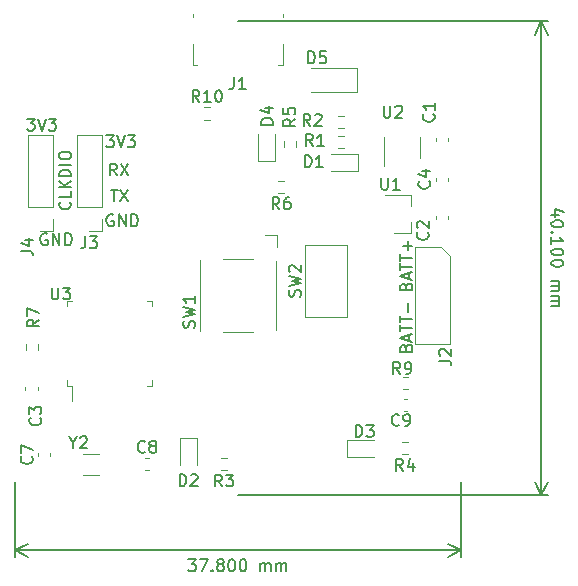
<source format=gto>
G04 #@! TF.GenerationSoftware,KiCad,Pcbnew,5.1.8*
G04 #@! TF.CreationDate,2021-01-23T15:50:44+08:00*
G04 #@! TF.ProjectId,medicine_timer_pcb,6d656469-6369-46e6-955f-74696d65725f,rev?*
G04 #@! TF.SameCoordinates,Original*
G04 #@! TF.FileFunction,Legend,Top*
G04 #@! TF.FilePolarity,Positive*
%FSLAX46Y46*%
G04 Gerber Fmt 4.6, Leading zero omitted, Abs format (unit mm)*
G04 Created by KiCad (PCBNEW 5.1.8) date 2021-01-23 15:50:44*
%MOMM*%
%LPD*%
G01*
G04 APERTURE LIST*
%ADD10C,0.150000*%
%ADD11C,0.120000*%
%ADD12C,2.100000*%
%ADD13O,1.450000X1.450000*%
G04 APERTURE END LIST*
D10*
X114228571Y-104438095D02*
X114276190Y-104295238D01*
X114323809Y-104247619D01*
X114419047Y-104200000D01*
X114561904Y-104200000D01*
X114657142Y-104247619D01*
X114704761Y-104295238D01*
X114752380Y-104390476D01*
X114752380Y-104771428D01*
X113752380Y-104771428D01*
X113752380Y-104438095D01*
X113800000Y-104342857D01*
X113847619Y-104295238D01*
X113942857Y-104247619D01*
X114038095Y-104247619D01*
X114133333Y-104295238D01*
X114180952Y-104342857D01*
X114228571Y-104438095D01*
X114228571Y-104771428D01*
X114466666Y-103819047D02*
X114466666Y-103342857D01*
X114752380Y-103914285D02*
X113752380Y-103580952D01*
X114752380Y-103247619D01*
X113752380Y-103057142D02*
X113752380Y-102485714D01*
X114752380Y-102771428D02*
X113752380Y-102771428D01*
X113752380Y-102295238D02*
X113752380Y-101723809D01*
X114752380Y-102009523D02*
X113752380Y-102009523D01*
X114371428Y-101390476D02*
X114371428Y-100628571D01*
X114228571Y-99238095D02*
X114276190Y-99095238D01*
X114323809Y-99047619D01*
X114419047Y-99000000D01*
X114561904Y-99000000D01*
X114657142Y-99047619D01*
X114704761Y-99095238D01*
X114752380Y-99190476D01*
X114752380Y-99571428D01*
X113752380Y-99571428D01*
X113752380Y-99238095D01*
X113800000Y-99142857D01*
X113847619Y-99095238D01*
X113942857Y-99047619D01*
X114038095Y-99047619D01*
X114133333Y-99095238D01*
X114180952Y-99142857D01*
X114228571Y-99238095D01*
X114228571Y-99571428D01*
X114466666Y-98619047D02*
X114466666Y-98142857D01*
X114752380Y-98714285D02*
X113752380Y-98380952D01*
X114752380Y-98047619D01*
X113752380Y-97857142D02*
X113752380Y-97285714D01*
X114752380Y-97571428D02*
X113752380Y-97571428D01*
X113752380Y-97095238D02*
X113752380Y-96523809D01*
X114752380Y-96809523D02*
X113752380Y-96809523D01*
X114371428Y-96190476D02*
X114371428Y-95428571D01*
X114752380Y-95809523D02*
X113990476Y-95809523D01*
X89438095Y-93200000D02*
X89342857Y-93152380D01*
X89200000Y-93152380D01*
X89057142Y-93200000D01*
X88961904Y-93295238D01*
X88914285Y-93390476D01*
X88866666Y-93580952D01*
X88866666Y-93723809D01*
X88914285Y-93914285D01*
X88961904Y-94009523D01*
X89057142Y-94104761D01*
X89200000Y-94152380D01*
X89295238Y-94152380D01*
X89438095Y-94104761D01*
X89485714Y-94057142D01*
X89485714Y-93723809D01*
X89295238Y-93723809D01*
X89914285Y-94152380D02*
X89914285Y-93152380D01*
X90485714Y-94152380D01*
X90485714Y-93152380D01*
X90961904Y-94152380D02*
X90961904Y-93152380D01*
X91200000Y-93152380D01*
X91342857Y-93200000D01*
X91438095Y-93295238D01*
X91485714Y-93390476D01*
X91533333Y-93580952D01*
X91533333Y-93723809D01*
X91485714Y-93914285D01*
X91438095Y-94009523D01*
X91342857Y-94104761D01*
X91200000Y-94152380D01*
X90961904Y-94152380D01*
X89238095Y-91052380D02*
X89809523Y-91052380D01*
X89523809Y-92052380D02*
X89523809Y-91052380D01*
X90047619Y-91052380D02*
X90714285Y-92052380D01*
X90714285Y-91052380D02*
X90047619Y-92052380D01*
X89733333Y-89852380D02*
X89400000Y-89376190D01*
X89161904Y-89852380D02*
X89161904Y-88852380D01*
X89542857Y-88852380D01*
X89638095Y-88900000D01*
X89685714Y-88947619D01*
X89733333Y-89042857D01*
X89733333Y-89185714D01*
X89685714Y-89280952D01*
X89638095Y-89328571D01*
X89542857Y-89376190D01*
X89161904Y-89376190D01*
X90066666Y-88852380D02*
X90733333Y-89852380D01*
X90733333Y-88852380D02*
X90066666Y-89852380D01*
X88861904Y-86452380D02*
X89480952Y-86452380D01*
X89147619Y-86833333D01*
X89290476Y-86833333D01*
X89385714Y-86880952D01*
X89433333Y-86928571D01*
X89480952Y-87023809D01*
X89480952Y-87261904D01*
X89433333Y-87357142D01*
X89385714Y-87404761D01*
X89290476Y-87452380D01*
X89004761Y-87452380D01*
X88909523Y-87404761D01*
X88861904Y-87357142D01*
X89766666Y-86452380D02*
X90100000Y-87452380D01*
X90433333Y-86452380D01*
X90671428Y-86452380D02*
X91290476Y-86452380D01*
X90957142Y-86833333D01*
X91100000Y-86833333D01*
X91195238Y-86880952D01*
X91242857Y-86928571D01*
X91290476Y-87023809D01*
X91290476Y-87261904D01*
X91242857Y-87357142D01*
X91195238Y-87404761D01*
X91100000Y-87452380D01*
X90814285Y-87452380D01*
X90719047Y-87404761D01*
X90671428Y-87357142D01*
X82161904Y-85052380D02*
X82780952Y-85052380D01*
X82447619Y-85433333D01*
X82590476Y-85433333D01*
X82685714Y-85480952D01*
X82733333Y-85528571D01*
X82780952Y-85623809D01*
X82780952Y-85861904D01*
X82733333Y-85957142D01*
X82685714Y-86004761D01*
X82590476Y-86052380D01*
X82304761Y-86052380D01*
X82209523Y-86004761D01*
X82161904Y-85957142D01*
X83066666Y-85052380D02*
X83400000Y-86052380D01*
X83733333Y-85052380D01*
X83971428Y-85052380D02*
X84590476Y-85052380D01*
X84257142Y-85433333D01*
X84400000Y-85433333D01*
X84495238Y-85480952D01*
X84542857Y-85528571D01*
X84590476Y-85623809D01*
X84590476Y-85861904D01*
X84542857Y-85957142D01*
X84495238Y-86004761D01*
X84400000Y-86052380D01*
X84114285Y-86052380D01*
X84019047Y-86004761D01*
X83971428Y-85957142D01*
X85852380Y-89923809D02*
X84852380Y-89923809D01*
X84852380Y-89685714D01*
X84900000Y-89542857D01*
X84995238Y-89447619D01*
X85090476Y-89400000D01*
X85280952Y-89352380D01*
X85423809Y-89352380D01*
X85614285Y-89400000D01*
X85709523Y-89447619D01*
X85804761Y-89542857D01*
X85852380Y-89685714D01*
X85852380Y-89923809D01*
X85852380Y-88923809D02*
X84852380Y-88923809D01*
X84852380Y-88257142D02*
X84852380Y-88066666D01*
X84900000Y-87971428D01*
X84995238Y-87876190D01*
X85185714Y-87828571D01*
X85519047Y-87828571D01*
X85709523Y-87876190D01*
X85804761Y-87971428D01*
X85852380Y-88066666D01*
X85852380Y-88257142D01*
X85804761Y-88352380D01*
X85709523Y-88447619D01*
X85519047Y-88495238D01*
X85185714Y-88495238D01*
X84995238Y-88447619D01*
X84900000Y-88352380D01*
X84852380Y-88257142D01*
X85757142Y-92095238D02*
X85804761Y-92142857D01*
X85852380Y-92285714D01*
X85852380Y-92380952D01*
X85804761Y-92523809D01*
X85709523Y-92619047D01*
X85614285Y-92666666D01*
X85423809Y-92714285D01*
X85280952Y-92714285D01*
X85090476Y-92666666D01*
X84995238Y-92619047D01*
X84900000Y-92523809D01*
X84852380Y-92380952D01*
X84852380Y-92285714D01*
X84900000Y-92142857D01*
X84947619Y-92095238D01*
X85852380Y-91190476D02*
X85852380Y-91666666D01*
X84852380Y-91666666D01*
X85852380Y-90857142D02*
X84852380Y-90857142D01*
X85852380Y-90285714D02*
X85280952Y-90714285D01*
X84852380Y-90285714D02*
X85423809Y-90857142D01*
X83838095Y-94800000D02*
X83742857Y-94752380D01*
X83600000Y-94752380D01*
X83457142Y-94800000D01*
X83361904Y-94895238D01*
X83314285Y-94990476D01*
X83266666Y-95180952D01*
X83266666Y-95323809D01*
X83314285Y-95514285D01*
X83361904Y-95609523D01*
X83457142Y-95704761D01*
X83600000Y-95752380D01*
X83695238Y-95752380D01*
X83838095Y-95704761D01*
X83885714Y-95657142D01*
X83885714Y-95323809D01*
X83695238Y-95323809D01*
X84314285Y-95752380D02*
X84314285Y-94752380D01*
X84885714Y-95752380D01*
X84885714Y-94752380D01*
X85361904Y-95752380D02*
X85361904Y-94752380D01*
X85600000Y-94752380D01*
X85742857Y-94800000D01*
X85838095Y-94895238D01*
X85885714Y-94990476D01*
X85933333Y-95180952D01*
X85933333Y-95323809D01*
X85885714Y-95514285D01*
X85838095Y-95609523D01*
X85742857Y-95704761D01*
X85600000Y-95752380D01*
X85361904Y-95752380D01*
X127214285Y-93183333D02*
X126547619Y-93183333D01*
X127595238Y-92945238D02*
X126880952Y-92707142D01*
X126880952Y-93326190D01*
X127547619Y-93897619D02*
X127547619Y-93992857D01*
X127500000Y-94088095D01*
X127452380Y-94135714D01*
X127357142Y-94183333D01*
X127166666Y-94230952D01*
X126928571Y-94230952D01*
X126738095Y-94183333D01*
X126642857Y-94135714D01*
X126595238Y-94088095D01*
X126547619Y-93992857D01*
X126547619Y-93897619D01*
X126595238Y-93802380D01*
X126642857Y-93754761D01*
X126738095Y-93707142D01*
X126928571Y-93659523D01*
X127166666Y-93659523D01*
X127357142Y-93707142D01*
X127452380Y-93754761D01*
X127500000Y-93802380D01*
X127547619Y-93897619D01*
X126642857Y-94659523D02*
X126595238Y-94707142D01*
X126547619Y-94659523D01*
X126595238Y-94611904D01*
X126642857Y-94659523D01*
X126547619Y-94659523D01*
X126547619Y-95659523D02*
X126547619Y-95088095D01*
X126547619Y-95373809D02*
X127547619Y-95373809D01*
X127404761Y-95278571D01*
X127309523Y-95183333D01*
X127261904Y-95088095D01*
X127547619Y-96278571D02*
X127547619Y-96373809D01*
X127500000Y-96469047D01*
X127452380Y-96516666D01*
X127357142Y-96564285D01*
X127166666Y-96611904D01*
X126928571Y-96611904D01*
X126738095Y-96564285D01*
X126642857Y-96516666D01*
X126595238Y-96469047D01*
X126547619Y-96373809D01*
X126547619Y-96278571D01*
X126595238Y-96183333D01*
X126642857Y-96135714D01*
X126738095Y-96088095D01*
X126928571Y-96040476D01*
X127166666Y-96040476D01*
X127357142Y-96088095D01*
X127452380Y-96135714D01*
X127500000Y-96183333D01*
X127547619Y-96278571D01*
X127547619Y-97230952D02*
X127547619Y-97326190D01*
X127500000Y-97421428D01*
X127452380Y-97469047D01*
X127357142Y-97516666D01*
X127166666Y-97564285D01*
X126928571Y-97564285D01*
X126738095Y-97516666D01*
X126642857Y-97469047D01*
X126595238Y-97421428D01*
X126547619Y-97326190D01*
X126547619Y-97230952D01*
X126595238Y-97135714D01*
X126642857Y-97088095D01*
X126738095Y-97040476D01*
X126928571Y-96992857D01*
X127166666Y-96992857D01*
X127357142Y-97040476D01*
X127452380Y-97088095D01*
X127500000Y-97135714D01*
X127547619Y-97230952D01*
X126547619Y-98754761D02*
X127214285Y-98754761D01*
X127119047Y-98754761D02*
X127166666Y-98802380D01*
X127214285Y-98897619D01*
X127214285Y-99040476D01*
X127166666Y-99135714D01*
X127071428Y-99183333D01*
X126547619Y-99183333D01*
X127071428Y-99183333D02*
X127166666Y-99230952D01*
X127214285Y-99326190D01*
X127214285Y-99469047D01*
X127166666Y-99564285D01*
X127071428Y-99611904D01*
X126547619Y-99611904D01*
X126547619Y-100088095D02*
X127214285Y-100088095D01*
X127119047Y-100088095D02*
X127166666Y-100135714D01*
X127214285Y-100230952D01*
X127214285Y-100373809D01*
X127166666Y-100469047D01*
X127071428Y-100516666D01*
X126547619Y-100516666D01*
X127071428Y-100516666D02*
X127166666Y-100564285D01*
X127214285Y-100659523D01*
X127214285Y-100802380D01*
X127166666Y-100897619D01*
X127071428Y-100945238D01*
X126547619Y-100945238D01*
X125700000Y-76800000D02*
X125700000Y-116900000D01*
X100000000Y-76800000D02*
X126286421Y-76800000D01*
X100000000Y-116900000D02*
X126286421Y-116900000D01*
X125700000Y-116900000D02*
X125113579Y-115773496D01*
X125700000Y-116900000D02*
X126286421Y-115773496D01*
X125700000Y-76800000D02*
X125113579Y-77926504D01*
X125700000Y-76800000D02*
X126286421Y-77926504D01*
X95809523Y-122352380D02*
X96428571Y-122352380D01*
X96095238Y-122733333D01*
X96238095Y-122733333D01*
X96333333Y-122780952D01*
X96380952Y-122828571D01*
X96428571Y-122923809D01*
X96428571Y-123161904D01*
X96380952Y-123257142D01*
X96333333Y-123304761D01*
X96238095Y-123352380D01*
X95952380Y-123352380D01*
X95857142Y-123304761D01*
X95809523Y-123257142D01*
X96761904Y-122352380D02*
X97428571Y-122352380D01*
X97000000Y-123352380D01*
X97809523Y-123257142D02*
X97857142Y-123304761D01*
X97809523Y-123352380D01*
X97761904Y-123304761D01*
X97809523Y-123257142D01*
X97809523Y-123352380D01*
X98428571Y-122780952D02*
X98333333Y-122733333D01*
X98285714Y-122685714D01*
X98238095Y-122590476D01*
X98238095Y-122542857D01*
X98285714Y-122447619D01*
X98333333Y-122400000D01*
X98428571Y-122352380D01*
X98619047Y-122352380D01*
X98714285Y-122400000D01*
X98761904Y-122447619D01*
X98809523Y-122542857D01*
X98809523Y-122590476D01*
X98761904Y-122685714D01*
X98714285Y-122733333D01*
X98619047Y-122780952D01*
X98428571Y-122780952D01*
X98333333Y-122828571D01*
X98285714Y-122876190D01*
X98238095Y-122971428D01*
X98238095Y-123161904D01*
X98285714Y-123257142D01*
X98333333Y-123304761D01*
X98428571Y-123352380D01*
X98619047Y-123352380D01*
X98714285Y-123304761D01*
X98761904Y-123257142D01*
X98809523Y-123161904D01*
X98809523Y-122971428D01*
X98761904Y-122876190D01*
X98714285Y-122828571D01*
X98619047Y-122780952D01*
X99428571Y-122352380D02*
X99523809Y-122352380D01*
X99619047Y-122400000D01*
X99666666Y-122447619D01*
X99714285Y-122542857D01*
X99761904Y-122733333D01*
X99761904Y-122971428D01*
X99714285Y-123161904D01*
X99666666Y-123257142D01*
X99619047Y-123304761D01*
X99523809Y-123352380D01*
X99428571Y-123352380D01*
X99333333Y-123304761D01*
X99285714Y-123257142D01*
X99238095Y-123161904D01*
X99190476Y-122971428D01*
X99190476Y-122733333D01*
X99238095Y-122542857D01*
X99285714Y-122447619D01*
X99333333Y-122400000D01*
X99428571Y-122352380D01*
X100380952Y-122352380D02*
X100476190Y-122352380D01*
X100571428Y-122400000D01*
X100619047Y-122447619D01*
X100666666Y-122542857D01*
X100714285Y-122733333D01*
X100714285Y-122971428D01*
X100666666Y-123161904D01*
X100619047Y-123257142D01*
X100571428Y-123304761D01*
X100476190Y-123352380D01*
X100380952Y-123352380D01*
X100285714Y-123304761D01*
X100238095Y-123257142D01*
X100190476Y-123161904D01*
X100142857Y-122971428D01*
X100142857Y-122733333D01*
X100190476Y-122542857D01*
X100238095Y-122447619D01*
X100285714Y-122400000D01*
X100380952Y-122352380D01*
X101904761Y-123352380D02*
X101904761Y-122685714D01*
X101904761Y-122780952D02*
X101952380Y-122733333D01*
X102047619Y-122685714D01*
X102190476Y-122685714D01*
X102285714Y-122733333D01*
X102333333Y-122828571D01*
X102333333Y-123352380D01*
X102333333Y-122828571D02*
X102380952Y-122733333D01*
X102476190Y-122685714D01*
X102619047Y-122685714D01*
X102714285Y-122733333D01*
X102761904Y-122828571D01*
X102761904Y-123352380D01*
X103238095Y-123352380D02*
X103238095Y-122685714D01*
X103238095Y-122780952D02*
X103285714Y-122733333D01*
X103380952Y-122685714D01*
X103523809Y-122685714D01*
X103619047Y-122733333D01*
X103666666Y-122828571D01*
X103666666Y-123352380D01*
X103666666Y-122828571D02*
X103714285Y-122733333D01*
X103809523Y-122685714D01*
X103952380Y-122685714D01*
X104047619Y-122733333D01*
X104095238Y-122828571D01*
X104095238Y-123352380D01*
X81100000Y-121600000D02*
X118900000Y-121600000D01*
X81100000Y-115800000D02*
X81100000Y-122186421D01*
X118900000Y-115800000D02*
X118900000Y-122186421D01*
X118900000Y-121600000D02*
X117773496Y-122186421D01*
X118900000Y-121600000D02*
X117773496Y-121013579D01*
X81100000Y-121600000D02*
X82226504Y-122186421D01*
X81100000Y-121600000D02*
X82226504Y-121013579D01*
D11*
X103810000Y-76200000D02*
X103810000Y-76460000D01*
X103810000Y-78740000D02*
X103810000Y-80510000D01*
X103810000Y-80510000D02*
X103430000Y-80510000D01*
X96190000Y-80510000D02*
X96190000Y-78740000D01*
X96190000Y-76460000D02*
X96190000Y-76200000D01*
X96190000Y-80510000D02*
X96570000Y-80510000D01*
X88275000Y-115175000D02*
X86925000Y-115175000D01*
X88275000Y-113425000D02*
X86925000Y-113425000D01*
X117200000Y-95900000D02*
X118000000Y-96700000D01*
X118000000Y-96700000D02*
X118000000Y-104100000D01*
X118000000Y-104100000D02*
X115000000Y-104100000D01*
X115000000Y-104100000D02*
X115000000Y-95900000D01*
X115000000Y-95900000D02*
X117200000Y-95900000D01*
X97137742Y-84077500D02*
X97612258Y-84077500D01*
X97137742Y-85122500D02*
X97612258Y-85122500D01*
X110125000Y-82750000D02*
X110125000Y-80750000D01*
X110125000Y-80750000D02*
X106225000Y-80750000D01*
X110125000Y-82750000D02*
X106225000Y-82750000D01*
X84335000Y-94560000D02*
X83275000Y-94560000D01*
X84335000Y-93500000D02*
X84335000Y-94560000D01*
X84335000Y-92500000D02*
X82215000Y-92500000D01*
X82215000Y-92500000D02*
X82215000Y-86440000D01*
X84335000Y-92500000D02*
X84335000Y-86440000D01*
X84335000Y-86440000D02*
X82215000Y-86440000D01*
X88460000Y-94560000D02*
X87400000Y-94560000D01*
X88460000Y-93500000D02*
X88460000Y-94560000D01*
X88460000Y-92500000D02*
X86340000Y-92500000D01*
X86340000Y-92500000D02*
X86340000Y-86440000D01*
X88460000Y-92500000D02*
X88460000Y-86440000D01*
X88460000Y-86440000D02*
X86340000Y-86440000D01*
X85990000Y-107660000D02*
X85990000Y-108950000D01*
X85540000Y-107660000D02*
X85990000Y-107660000D01*
X85540000Y-107210000D02*
X85540000Y-107660000D01*
X85540000Y-100440000D02*
X85990000Y-100440000D01*
X85540000Y-100890000D02*
X85540000Y-100440000D01*
X92760000Y-107660000D02*
X92310000Y-107660000D01*
X92760000Y-107210000D02*
X92760000Y-107660000D01*
X92760000Y-100440000D02*
X92310000Y-100440000D01*
X92760000Y-100890000D02*
X92760000Y-100440000D01*
X114635000Y-94705000D02*
X113175000Y-94705000D01*
X114635000Y-91545000D02*
X112475000Y-91545000D01*
X114635000Y-91545000D02*
X114635000Y-92475000D01*
X114635000Y-94705000D02*
X114635000Y-93775000D01*
X109260000Y-101835000D02*
X105640000Y-101835000D01*
X109260000Y-95715000D02*
X109260000Y-101835000D01*
X105640000Y-95715000D02*
X109260000Y-95715000D01*
X105640000Y-101835000D02*
X105640000Y-95715000D01*
X103300000Y-94900000D02*
X103300000Y-95900000D01*
X102300000Y-94900000D02*
X103300000Y-94900000D01*
X101300000Y-96900000D02*
X98700000Y-96900000D01*
X101300000Y-103100000D02*
X98700000Y-103100000D01*
X96750000Y-103000000D02*
X96750000Y-97000000D01*
X103250000Y-102900000D02*
X103250000Y-97100000D01*
X115460000Y-88355000D02*
X115460000Y-86595000D01*
X112390000Y-86595000D02*
X112390000Y-89025000D01*
X114412258Y-107972500D02*
X113937742Y-107972500D01*
X114412258Y-106927500D02*
X113937742Y-106927500D01*
X83072500Y-104137742D02*
X83072500Y-104612258D01*
X82027500Y-104137742D02*
X82027500Y-104612258D01*
X103912258Y-91347500D02*
X103437742Y-91347500D01*
X103912258Y-90302500D02*
X103437742Y-90302500D01*
X103902500Y-87437258D02*
X103902500Y-86962742D01*
X104947500Y-87437258D02*
X104947500Y-86962742D01*
X114387258Y-113472500D02*
X113912742Y-113472500D01*
X114387258Y-112427500D02*
X113912742Y-112427500D01*
X99062258Y-114822500D02*
X98587742Y-114822500D01*
X99062258Y-113777500D02*
X98587742Y-113777500D01*
X108962258Y-85822500D02*
X108487742Y-85822500D01*
X108962258Y-84777500D02*
X108487742Y-84777500D01*
X108962258Y-87547500D02*
X108487742Y-87547500D01*
X108962258Y-86502500D02*
X108487742Y-86502500D01*
X101665000Y-86375000D02*
X101665000Y-88660000D01*
X101665000Y-88660000D02*
X103135000Y-88660000D01*
X103135000Y-88660000D02*
X103135000Y-86375000D01*
X111512500Y-112240000D02*
X109227500Y-112240000D01*
X109227500Y-112240000D02*
X109227500Y-113710000D01*
X109227500Y-113710000D02*
X111512500Y-113710000D01*
X96560000Y-114362500D02*
X96560000Y-112077500D01*
X96560000Y-112077500D02*
X95090000Y-112077500D01*
X95090000Y-112077500D02*
X95090000Y-114362500D01*
X107925000Y-89510000D02*
X110210000Y-89510000D01*
X110210000Y-89510000D02*
X110210000Y-88040000D01*
X110210000Y-88040000D02*
X107925000Y-88040000D01*
X114034420Y-108765000D02*
X114315580Y-108765000D01*
X114034420Y-109785000D02*
X114315580Y-109785000D01*
X92159420Y-113790000D02*
X92440580Y-113790000D01*
X92159420Y-114810000D02*
X92440580Y-114810000D01*
X83090000Y-113615580D02*
X83090000Y-113334420D01*
X84110000Y-113615580D02*
X84110000Y-113334420D01*
X116740000Y-90315580D02*
X116740000Y-90034420D01*
X117760000Y-90315580D02*
X117760000Y-90034420D01*
X82015000Y-108040580D02*
X82015000Y-107759420D01*
X83035000Y-108040580D02*
X83035000Y-107759420D01*
X117760000Y-93259420D02*
X117760000Y-93540580D01*
X116740000Y-93259420D02*
X116740000Y-93540580D01*
X117760000Y-86659420D02*
X117760000Y-86940580D01*
X116740000Y-86659420D02*
X116740000Y-86940580D01*
D10*
X99666666Y-81552380D02*
X99666666Y-82266666D01*
X99619047Y-82409523D01*
X99523809Y-82504761D01*
X99380952Y-82552380D01*
X99285714Y-82552380D01*
X100666666Y-82552380D02*
X100095238Y-82552380D01*
X100380952Y-82552380D02*
X100380952Y-81552380D01*
X100285714Y-81695238D01*
X100190476Y-81790476D01*
X100095238Y-81838095D01*
X86023809Y-112476190D02*
X86023809Y-112952380D01*
X85690476Y-111952380D02*
X86023809Y-112476190D01*
X86357142Y-111952380D01*
X86642857Y-112047619D02*
X86690476Y-112000000D01*
X86785714Y-111952380D01*
X87023809Y-111952380D01*
X87119047Y-112000000D01*
X87166666Y-112047619D01*
X87214285Y-112142857D01*
X87214285Y-112238095D01*
X87166666Y-112380952D01*
X86595238Y-112952380D01*
X87214285Y-112952380D01*
X117052380Y-105533333D02*
X117766666Y-105533333D01*
X117909523Y-105580952D01*
X118004761Y-105676190D01*
X118052380Y-105819047D01*
X118052380Y-105914285D01*
X117147619Y-105104761D02*
X117100000Y-105057142D01*
X117052380Y-104961904D01*
X117052380Y-104723809D01*
X117100000Y-104628571D01*
X117147619Y-104580952D01*
X117242857Y-104533333D01*
X117338095Y-104533333D01*
X117480952Y-104580952D01*
X118052380Y-105152380D01*
X118052380Y-104533333D01*
X96732142Y-83622380D02*
X96398809Y-83146190D01*
X96160714Y-83622380D02*
X96160714Y-82622380D01*
X96541666Y-82622380D01*
X96636904Y-82670000D01*
X96684523Y-82717619D01*
X96732142Y-82812857D01*
X96732142Y-82955714D01*
X96684523Y-83050952D01*
X96636904Y-83098571D01*
X96541666Y-83146190D01*
X96160714Y-83146190D01*
X97684523Y-83622380D02*
X97113095Y-83622380D01*
X97398809Y-83622380D02*
X97398809Y-82622380D01*
X97303571Y-82765238D01*
X97208333Y-82860476D01*
X97113095Y-82908095D01*
X98303571Y-82622380D02*
X98398809Y-82622380D01*
X98494047Y-82670000D01*
X98541666Y-82717619D01*
X98589285Y-82812857D01*
X98636904Y-83003333D01*
X98636904Y-83241428D01*
X98589285Y-83431904D01*
X98541666Y-83527142D01*
X98494047Y-83574761D01*
X98398809Y-83622380D01*
X98303571Y-83622380D01*
X98208333Y-83574761D01*
X98160714Y-83527142D01*
X98113095Y-83431904D01*
X98065476Y-83241428D01*
X98065476Y-83003333D01*
X98113095Y-82812857D01*
X98160714Y-82717619D01*
X98208333Y-82670000D01*
X98303571Y-82622380D01*
X105961904Y-80352380D02*
X105961904Y-79352380D01*
X106200000Y-79352380D01*
X106342857Y-79400000D01*
X106438095Y-79495238D01*
X106485714Y-79590476D01*
X106533333Y-79780952D01*
X106533333Y-79923809D01*
X106485714Y-80114285D01*
X106438095Y-80209523D01*
X106342857Y-80304761D01*
X106200000Y-80352380D01*
X105961904Y-80352380D01*
X107438095Y-79352380D02*
X106961904Y-79352380D01*
X106914285Y-79828571D01*
X106961904Y-79780952D01*
X107057142Y-79733333D01*
X107295238Y-79733333D01*
X107390476Y-79780952D01*
X107438095Y-79828571D01*
X107485714Y-79923809D01*
X107485714Y-80161904D01*
X107438095Y-80257142D01*
X107390476Y-80304761D01*
X107295238Y-80352380D01*
X107057142Y-80352380D01*
X106961904Y-80304761D01*
X106914285Y-80257142D01*
X81652380Y-96233333D02*
X82366666Y-96233333D01*
X82509523Y-96280952D01*
X82604761Y-96376190D01*
X82652380Y-96519047D01*
X82652380Y-96614285D01*
X81985714Y-95328571D02*
X82652380Y-95328571D01*
X81604761Y-95566666D02*
X82319047Y-95804761D01*
X82319047Y-95185714D01*
X87066666Y-95012380D02*
X87066666Y-95726666D01*
X87019047Y-95869523D01*
X86923809Y-95964761D01*
X86780952Y-96012380D01*
X86685714Y-96012380D01*
X87447619Y-95012380D02*
X88066666Y-95012380D01*
X87733333Y-95393333D01*
X87876190Y-95393333D01*
X87971428Y-95440952D01*
X88019047Y-95488571D01*
X88066666Y-95583809D01*
X88066666Y-95821904D01*
X88019047Y-95917142D01*
X87971428Y-95964761D01*
X87876190Y-96012380D01*
X87590476Y-96012380D01*
X87495238Y-95964761D01*
X87447619Y-95917142D01*
X84238095Y-99352380D02*
X84238095Y-100161904D01*
X84285714Y-100257142D01*
X84333333Y-100304761D01*
X84428571Y-100352380D01*
X84619047Y-100352380D01*
X84714285Y-100304761D01*
X84761904Y-100257142D01*
X84809523Y-100161904D01*
X84809523Y-99352380D01*
X85190476Y-99352380D02*
X85809523Y-99352380D01*
X85476190Y-99733333D01*
X85619047Y-99733333D01*
X85714285Y-99780952D01*
X85761904Y-99828571D01*
X85809523Y-99923809D01*
X85809523Y-100161904D01*
X85761904Y-100257142D01*
X85714285Y-100304761D01*
X85619047Y-100352380D01*
X85333333Y-100352380D01*
X85238095Y-100304761D01*
X85190476Y-100257142D01*
X112138095Y-90052380D02*
X112138095Y-90861904D01*
X112185714Y-90957142D01*
X112233333Y-91004761D01*
X112328571Y-91052380D01*
X112519047Y-91052380D01*
X112614285Y-91004761D01*
X112661904Y-90957142D01*
X112709523Y-90861904D01*
X112709523Y-90052380D01*
X113709523Y-91052380D02*
X113138095Y-91052380D01*
X113423809Y-91052380D02*
X113423809Y-90052380D01*
X113328571Y-90195238D01*
X113233333Y-90290476D01*
X113138095Y-90338095D01*
X105254761Y-100108333D02*
X105302380Y-99965476D01*
X105302380Y-99727380D01*
X105254761Y-99632142D01*
X105207142Y-99584523D01*
X105111904Y-99536904D01*
X105016666Y-99536904D01*
X104921428Y-99584523D01*
X104873809Y-99632142D01*
X104826190Y-99727380D01*
X104778571Y-99917857D01*
X104730952Y-100013095D01*
X104683333Y-100060714D01*
X104588095Y-100108333D01*
X104492857Y-100108333D01*
X104397619Y-100060714D01*
X104350000Y-100013095D01*
X104302380Y-99917857D01*
X104302380Y-99679761D01*
X104350000Y-99536904D01*
X104302380Y-99203571D02*
X105302380Y-98965476D01*
X104588095Y-98775000D01*
X105302380Y-98584523D01*
X104302380Y-98346428D01*
X104397619Y-98013095D02*
X104350000Y-97965476D01*
X104302380Y-97870238D01*
X104302380Y-97632142D01*
X104350000Y-97536904D01*
X104397619Y-97489285D01*
X104492857Y-97441666D01*
X104588095Y-97441666D01*
X104730952Y-97489285D01*
X105302380Y-98060714D01*
X105302380Y-97441666D01*
X96304761Y-102733333D02*
X96352380Y-102590476D01*
X96352380Y-102352380D01*
X96304761Y-102257142D01*
X96257142Y-102209523D01*
X96161904Y-102161904D01*
X96066666Y-102161904D01*
X95971428Y-102209523D01*
X95923809Y-102257142D01*
X95876190Y-102352380D01*
X95828571Y-102542857D01*
X95780952Y-102638095D01*
X95733333Y-102685714D01*
X95638095Y-102733333D01*
X95542857Y-102733333D01*
X95447619Y-102685714D01*
X95400000Y-102638095D01*
X95352380Y-102542857D01*
X95352380Y-102304761D01*
X95400000Y-102161904D01*
X95352380Y-101828571D02*
X96352380Y-101590476D01*
X95638095Y-101400000D01*
X96352380Y-101209523D01*
X95352380Y-100971428D01*
X96352380Y-100066666D02*
X96352380Y-100638095D01*
X96352380Y-100352380D02*
X95352380Y-100352380D01*
X95495238Y-100447619D01*
X95590476Y-100542857D01*
X95638095Y-100638095D01*
X112338095Y-83952380D02*
X112338095Y-84761904D01*
X112385714Y-84857142D01*
X112433333Y-84904761D01*
X112528571Y-84952380D01*
X112719047Y-84952380D01*
X112814285Y-84904761D01*
X112861904Y-84857142D01*
X112909523Y-84761904D01*
X112909523Y-83952380D01*
X113338095Y-84047619D02*
X113385714Y-84000000D01*
X113480952Y-83952380D01*
X113719047Y-83952380D01*
X113814285Y-84000000D01*
X113861904Y-84047619D01*
X113909523Y-84142857D01*
X113909523Y-84238095D01*
X113861904Y-84380952D01*
X113290476Y-84952380D01*
X113909523Y-84952380D01*
X113733333Y-106652380D02*
X113400000Y-106176190D01*
X113161904Y-106652380D02*
X113161904Y-105652380D01*
X113542857Y-105652380D01*
X113638095Y-105700000D01*
X113685714Y-105747619D01*
X113733333Y-105842857D01*
X113733333Y-105985714D01*
X113685714Y-106080952D01*
X113638095Y-106128571D01*
X113542857Y-106176190D01*
X113161904Y-106176190D01*
X114209523Y-106652380D02*
X114400000Y-106652380D01*
X114495238Y-106604761D01*
X114542857Y-106557142D01*
X114638095Y-106414285D01*
X114685714Y-106223809D01*
X114685714Y-105842857D01*
X114638095Y-105747619D01*
X114590476Y-105700000D01*
X114495238Y-105652380D01*
X114304761Y-105652380D01*
X114209523Y-105700000D01*
X114161904Y-105747619D01*
X114114285Y-105842857D01*
X114114285Y-106080952D01*
X114161904Y-106176190D01*
X114209523Y-106223809D01*
X114304761Y-106271428D01*
X114495238Y-106271428D01*
X114590476Y-106223809D01*
X114638095Y-106176190D01*
X114685714Y-106080952D01*
X83152380Y-102066666D02*
X82676190Y-102400000D01*
X83152380Y-102638095D02*
X82152380Y-102638095D01*
X82152380Y-102257142D01*
X82200000Y-102161904D01*
X82247619Y-102114285D01*
X82342857Y-102066666D01*
X82485714Y-102066666D01*
X82580952Y-102114285D01*
X82628571Y-102161904D01*
X82676190Y-102257142D01*
X82676190Y-102638095D01*
X82152380Y-101733333D02*
X82152380Y-101066666D01*
X83152380Y-101495238D01*
X103508333Y-92707380D02*
X103175000Y-92231190D01*
X102936904Y-92707380D02*
X102936904Y-91707380D01*
X103317857Y-91707380D01*
X103413095Y-91755000D01*
X103460714Y-91802619D01*
X103508333Y-91897857D01*
X103508333Y-92040714D01*
X103460714Y-92135952D01*
X103413095Y-92183571D01*
X103317857Y-92231190D01*
X102936904Y-92231190D01*
X104365476Y-91707380D02*
X104175000Y-91707380D01*
X104079761Y-91755000D01*
X104032142Y-91802619D01*
X103936904Y-91945476D01*
X103889285Y-92135952D01*
X103889285Y-92516904D01*
X103936904Y-92612142D01*
X103984523Y-92659761D01*
X104079761Y-92707380D01*
X104270238Y-92707380D01*
X104365476Y-92659761D01*
X104413095Y-92612142D01*
X104460714Y-92516904D01*
X104460714Y-92278809D01*
X104413095Y-92183571D01*
X104365476Y-92135952D01*
X104270238Y-92088333D01*
X104079761Y-92088333D01*
X103984523Y-92135952D01*
X103936904Y-92183571D01*
X103889285Y-92278809D01*
X104852380Y-85066666D02*
X104376190Y-85400000D01*
X104852380Y-85638095D02*
X103852380Y-85638095D01*
X103852380Y-85257142D01*
X103900000Y-85161904D01*
X103947619Y-85114285D01*
X104042857Y-85066666D01*
X104185714Y-85066666D01*
X104280952Y-85114285D01*
X104328571Y-85161904D01*
X104376190Y-85257142D01*
X104376190Y-85638095D01*
X103852380Y-84161904D02*
X103852380Y-84638095D01*
X104328571Y-84685714D01*
X104280952Y-84638095D01*
X104233333Y-84542857D01*
X104233333Y-84304761D01*
X104280952Y-84209523D01*
X104328571Y-84161904D01*
X104423809Y-84114285D01*
X104661904Y-84114285D01*
X104757142Y-84161904D01*
X104804761Y-84209523D01*
X104852380Y-84304761D01*
X104852380Y-84542857D01*
X104804761Y-84638095D01*
X104757142Y-84685714D01*
X113983333Y-114832380D02*
X113650000Y-114356190D01*
X113411904Y-114832380D02*
X113411904Y-113832380D01*
X113792857Y-113832380D01*
X113888095Y-113880000D01*
X113935714Y-113927619D01*
X113983333Y-114022857D01*
X113983333Y-114165714D01*
X113935714Y-114260952D01*
X113888095Y-114308571D01*
X113792857Y-114356190D01*
X113411904Y-114356190D01*
X114840476Y-114165714D02*
X114840476Y-114832380D01*
X114602380Y-113784761D02*
X114364285Y-114499047D01*
X114983333Y-114499047D01*
X98658333Y-116182380D02*
X98325000Y-115706190D01*
X98086904Y-116182380D02*
X98086904Y-115182380D01*
X98467857Y-115182380D01*
X98563095Y-115230000D01*
X98610714Y-115277619D01*
X98658333Y-115372857D01*
X98658333Y-115515714D01*
X98610714Y-115610952D01*
X98563095Y-115658571D01*
X98467857Y-115706190D01*
X98086904Y-115706190D01*
X98991666Y-115182380D02*
X99610714Y-115182380D01*
X99277380Y-115563333D01*
X99420238Y-115563333D01*
X99515476Y-115610952D01*
X99563095Y-115658571D01*
X99610714Y-115753809D01*
X99610714Y-115991904D01*
X99563095Y-116087142D01*
X99515476Y-116134761D01*
X99420238Y-116182380D01*
X99134523Y-116182380D01*
X99039285Y-116134761D01*
X98991666Y-116087142D01*
X106133333Y-85652380D02*
X105800000Y-85176190D01*
X105561904Y-85652380D02*
X105561904Y-84652380D01*
X105942857Y-84652380D01*
X106038095Y-84700000D01*
X106085714Y-84747619D01*
X106133333Y-84842857D01*
X106133333Y-84985714D01*
X106085714Y-85080952D01*
X106038095Y-85128571D01*
X105942857Y-85176190D01*
X105561904Y-85176190D01*
X106514285Y-84747619D02*
X106561904Y-84700000D01*
X106657142Y-84652380D01*
X106895238Y-84652380D01*
X106990476Y-84700000D01*
X107038095Y-84747619D01*
X107085714Y-84842857D01*
X107085714Y-84938095D01*
X107038095Y-85080952D01*
X106466666Y-85652380D01*
X107085714Y-85652380D01*
X106333333Y-87352380D02*
X106000000Y-86876190D01*
X105761904Y-87352380D02*
X105761904Y-86352380D01*
X106142857Y-86352380D01*
X106238095Y-86400000D01*
X106285714Y-86447619D01*
X106333333Y-86542857D01*
X106333333Y-86685714D01*
X106285714Y-86780952D01*
X106238095Y-86828571D01*
X106142857Y-86876190D01*
X105761904Y-86876190D01*
X107285714Y-87352380D02*
X106714285Y-87352380D01*
X107000000Y-87352380D02*
X107000000Y-86352380D01*
X106904761Y-86495238D01*
X106809523Y-86590476D01*
X106714285Y-86638095D01*
X102952380Y-85538095D02*
X101952380Y-85538095D01*
X101952380Y-85300000D01*
X102000000Y-85157142D01*
X102095238Y-85061904D01*
X102190476Y-85014285D01*
X102380952Y-84966666D01*
X102523809Y-84966666D01*
X102714285Y-85014285D01*
X102809523Y-85061904D01*
X102904761Y-85157142D01*
X102952380Y-85300000D01*
X102952380Y-85538095D01*
X102285714Y-84109523D02*
X102952380Y-84109523D01*
X101904761Y-84347619D02*
X102619047Y-84585714D01*
X102619047Y-83966666D01*
X109974404Y-111997380D02*
X109974404Y-110997380D01*
X110212500Y-110997380D01*
X110355357Y-111045000D01*
X110450595Y-111140238D01*
X110498214Y-111235476D01*
X110545833Y-111425952D01*
X110545833Y-111568809D01*
X110498214Y-111759285D01*
X110450595Y-111854523D01*
X110355357Y-111949761D01*
X110212500Y-111997380D01*
X109974404Y-111997380D01*
X110879166Y-110997380D02*
X111498214Y-110997380D01*
X111164880Y-111378333D01*
X111307738Y-111378333D01*
X111402976Y-111425952D01*
X111450595Y-111473571D01*
X111498214Y-111568809D01*
X111498214Y-111806904D01*
X111450595Y-111902142D01*
X111402976Y-111949761D01*
X111307738Y-111997380D01*
X111022023Y-111997380D01*
X110926785Y-111949761D01*
X110879166Y-111902142D01*
X95061904Y-116152380D02*
X95061904Y-115152380D01*
X95300000Y-115152380D01*
X95442857Y-115200000D01*
X95538095Y-115295238D01*
X95585714Y-115390476D01*
X95633333Y-115580952D01*
X95633333Y-115723809D01*
X95585714Y-115914285D01*
X95538095Y-116009523D01*
X95442857Y-116104761D01*
X95300000Y-116152380D01*
X95061904Y-116152380D01*
X96014285Y-115247619D02*
X96061904Y-115200000D01*
X96157142Y-115152380D01*
X96395238Y-115152380D01*
X96490476Y-115200000D01*
X96538095Y-115247619D01*
X96585714Y-115342857D01*
X96585714Y-115438095D01*
X96538095Y-115580952D01*
X95966666Y-116152380D01*
X96585714Y-116152380D01*
X105661904Y-89152380D02*
X105661904Y-88152380D01*
X105900000Y-88152380D01*
X106042857Y-88200000D01*
X106138095Y-88295238D01*
X106185714Y-88390476D01*
X106233333Y-88580952D01*
X106233333Y-88723809D01*
X106185714Y-88914285D01*
X106138095Y-89009523D01*
X106042857Y-89104761D01*
X105900000Y-89152380D01*
X105661904Y-89152380D01*
X107185714Y-89152380D02*
X106614285Y-89152380D01*
X106900000Y-89152380D02*
X106900000Y-88152380D01*
X106804761Y-88295238D01*
X106709523Y-88390476D01*
X106614285Y-88438095D01*
X113633333Y-110957142D02*
X113585714Y-111004761D01*
X113442857Y-111052380D01*
X113347619Y-111052380D01*
X113204761Y-111004761D01*
X113109523Y-110909523D01*
X113061904Y-110814285D01*
X113014285Y-110623809D01*
X113014285Y-110480952D01*
X113061904Y-110290476D01*
X113109523Y-110195238D01*
X113204761Y-110100000D01*
X113347619Y-110052380D01*
X113442857Y-110052380D01*
X113585714Y-110100000D01*
X113633333Y-110147619D01*
X114109523Y-111052380D02*
X114300000Y-111052380D01*
X114395238Y-111004761D01*
X114442857Y-110957142D01*
X114538095Y-110814285D01*
X114585714Y-110623809D01*
X114585714Y-110242857D01*
X114538095Y-110147619D01*
X114490476Y-110100000D01*
X114395238Y-110052380D01*
X114204761Y-110052380D01*
X114109523Y-110100000D01*
X114061904Y-110147619D01*
X114014285Y-110242857D01*
X114014285Y-110480952D01*
X114061904Y-110576190D01*
X114109523Y-110623809D01*
X114204761Y-110671428D01*
X114395238Y-110671428D01*
X114490476Y-110623809D01*
X114538095Y-110576190D01*
X114585714Y-110480952D01*
X92133333Y-113227142D02*
X92085714Y-113274761D01*
X91942857Y-113322380D01*
X91847619Y-113322380D01*
X91704761Y-113274761D01*
X91609523Y-113179523D01*
X91561904Y-113084285D01*
X91514285Y-112893809D01*
X91514285Y-112750952D01*
X91561904Y-112560476D01*
X91609523Y-112465238D01*
X91704761Y-112370000D01*
X91847619Y-112322380D01*
X91942857Y-112322380D01*
X92085714Y-112370000D01*
X92133333Y-112417619D01*
X92704761Y-112750952D02*
X92609523Y-112703333D01*
X92561904Y-112655714D01*
X92514285Y-112560476D01*
X92514285Y-112512857D01*
X92561904Y-112417619D01*
X92609523Y-112370000D01*
X92704761Y-112322380D01*
X92895238Y-112322380D01*
X92990476Y-112370000D01*
X93038095Y-112417619D01*
X93085714Y-112512857D01*
X93085714Y-112560476D01*
X93038095Y-112655714D01*
X92990476Y-112703333D01*
X92895238Y-112750952D01*
X92704761Y-112750952D01*
X92609523Y-112798571D01*
X92561904Y-112846190D01*
X92514285Y-112941428D01*
X92514285Y-113131904D01*
X92561904Y-113227142D01*
X92609523Y-113274761D01*
X92704761Y-113322380D01*
X92895238Y-113322380D01*
X92990476Y-113274761D01*
X93038095Y-113227142D01*
X93085714Y-113131904D01*
X93085714Y-112941428D01*
X93038095Y-112846190D01*
X92990476Y-112798571D01*
X92895238Y-112750952D01*
X82527142Y-113641666D02*
X82574761Y-113689285D01*
X82622380Y-113832142D01*
X82622380Y-113927380D01*
X82574761Y-114070238D01*
X82479523Y-114165476D01*
X82384285Y-114213095D01*
X82193809Y-114260714D01*
X82050952Y-114260714D01*
X81860476Y-114213095D01*
X81765238Y-114165476D01*
X81670000Y-114070238D01*
X81622380Y-113927380D01*
X81622380Y-113832142D01*
X81670000Y-113689285D01*
X81717619Y-113641666D01*
X81622380Y-113308333D02*
X81622380Y-112641666D01*
X82622380Y-113070238D01*
X116177142Y-90341666D02*
X116224761Y-90389285D01*
X116272380Y-90532142D01*
X116272380Y-90627380D01*
X116224761Y-90770238D01*
X116129523Y-90865476D01*
X116034285Y-90913095D01*
X115843809Y-90960714D01*
X115700952Y-90960714D01*
X115510476Y-90913095D01*
X115415238Y-90865476D01*
X115320000Y-90770238D01*
X115272380Y-90627380D01*
X115272380Y-90532142D01*
X115320000Y-90389285D01*
X115367619Y-90341666D01*
X115605714Y-89484523D02*
X116272380Y-89484523D01*
X115224761Y-89722619D02*
X115939047Y-89960714D01*
X115939047Y-89341666D01*
X83257142Y-110366666D02*
X83304761Y-110414285D01*
X83352380Y-110557142D01*
X83352380Y-110652380D01*
X83304761Y-110795238D01*
X83209523Y-110890476D01*
X83114285Y-110938095D01*
X82923809Y-110985714D01*
X82780952Y-110985714D01*
X82590476Y-110938095D01*
X82495238Y-110890476D01*
X82400000Y-110795238D01*
X82352380Y-110652380D01*
X82352380Y-110557142D01*
X82400000Y-110414285D01*
X82447619Y-110366666D01*
X82352380Y-110033333D02*
X82352380Y-109414285D01*
X82733333Y-109747619D01*
X82733333Y-109604761D01*
X82780952Y-109509523D01*
X82828571Y-109461904D01*
X82923809Y-109414285D01*
X83161904Y-109414285D01*
X83257142Y-109461904D01*
X83304761Y-109509523D01*
X83352380Y-109604761D01*
X83352380Y-109890476D01*
X83304761Y-109985714D01*
X83257142Y-110033333D01*
X116057142Y-94666666D02*
X116104761Y-94714285D01*
X116152380Y-94857142D01*
X116152380Y-94952380D01*
X116104761Y-95095238D01*
X116009523Y-95190476D01*
X115914285Y-95238095D01*
X115723809Y-95285714D01*
X115580952Y-95285714D01*
X115390476Y-95238095D01*
X115295238Y-95190476D01*
X115200000Y-95095238D01*
X115152380Y-94952380D01*
X115152380Y-94857142D01*
X115200000Y-94714285D01*
X115247619Y-94666666D01*
X115247619Y-94285714D02*
X115200000Y-94238095D01*
X115152380Y-94142857D01*
X115152380Y-93904761D01*
X115200000Y-93809523D01*
X115247619Y-93761904D01*
X115342857Y-93714285D01*
X115438095Y-93714285D01*
X115580952Y-93761904D01*
X116152380Y-94333333D01*
X116152380Y-93714285D01*
X116557142Y-84666666D02*
X116604761Y-84714285D01*
X116652380Y-84857142D01*
X116652380Y-84952380D01*
X116604761Y-85095238D01*
X116509523Y-85190476D01*
X116414285Y-85238095D01*
X116223809Y-85285714D01*
X116080952Y-85285714D01*
X115890476Y-85238095D01*
X115795238Y-85190476D01*
X115700000Y-85095238D01*
X115652380Y-84952380D01*
X115652380Y-84857142D01*
X115700000Y-84714285D01*
X115747619Y-84666666D01*
X116652380Y-83714285D02*
X116652380Y-84285714D01*
X116652380Y-84000000D02*
X115652380Y-84000000D01*
X115795238Y-84095238D01*
X115890476Y-84190476D01*
X115938095Y-84285714D01*
%LPC*%
G36*
G01*
X101575000Y-79570000D02*
X101575000Y-80950000D01*
G75*
G02*
X101525000Y-81000000I-50000J0D01*
G01*
X101075000Y-81000000D01*
G75*
G02*
X101025000Y-80950000I0J50000D01*
G01*
X101025000Y-79570000D01*
G75*
G02*
X101075000Y-79520000I50000J0D01*
G01*
X101525000Y-79520000D01*
G75*
G02*
X101575000Y-79570000I0J-50000D01*
G01*
G37*
G36*
G01*
X100925000Y-79570000D02*
X100925000Y-80950000D01*
G75*
G02*
X100875000Y-81000000I-50000J0D01*
G01*
X100425000Y-81000000D01*
G75*
G02*
X100375000Y-80950000I0J50000D01*
G01*
X100375000Y-79570000D01*
G75*
G02*
X100425000Y-79520000I50000J0D01*
G01*
X100875000Y-79520000D01*
G75*
G02*
X100925000Y-79570000I0J-50000D01*
G01*
G37*
G36*
G01*
X100275000Y-79570000D02*
X100275000Y-80950000D01*
G75*
G02*
X100225000Y-81000000I-50000J0D01*
G01*
X99775000Y-81000000D01*
G75*
G02*
X99725000Y-80950000I0J50000D01*
G01*
X99725000Y-79570000D01*
G75*
G02*
X99775000Y-79520000I50000J0D01*
G01*
X100225000Y-79520000D01*
G75*
G02*
X100275000Y-79570000I0J-50000D01*
G01*
G37*
G36*
G01*
X99625000Y-79570000D02*
X99625000Y-80950000D01*
G75*
G02*
X99575000Y-81000000I-50000J0D01*
G01*
X99125000Y-81000000D01*
G75*
G02*
X99075000Y-80950000I0J50000D01*
G01*
X99075000Y-79570000D01*
G75*
G02*
X99125000Y-79520000I50000J0D01*
G01*
X99575000Y-79520000D01*
G75*
G02*
X99625000Y-79570000I0J-50000D01*
G01*
G37*
G36*
G01*
X98975000Y-79570000D02*
X98975000Y-80950000D01*
G75*
G02*
X98925000Y-81000000I-50000J0D01*
G01*
X98475000Y-81000000D01*
G75*
G02*
X98425000Y-80950000I0J50000D01*
G01*
X98425000Y-79570000D01*
G75*
G02*
X98475000Y-79520000I50000J0D01*
G01*
X98925000Y-79520000D01*
G75*
G02*
X98975000Y-79570000I0J-50000D01*
G01*
G37*
G36*
G01*
X103250000Y-79400000D02*
X103250000Y-80950000D01*
G75*
G02*
X103200000Y-81000000I-50000J0D01*
G01*
X101775000Y-81000000D01*
G75*
G02*
X101725000Y-80950000I0J50000D01*
G01*
X101725000Y-79400000D01*
G75*
G02*
X101775000Y-79350000I50000J0D01*
G01*
X103200000Y-79350000D01*
G75*
G02*
X103250000Y-79400000I0J-50000D01*
G01*
G37*
G36*
G01*
X98275000Y-79400000D02*
X98275000Y-80950000D01*
G75*
G02*
X98225000Y-81000000I-50000J0D01*
G01*
X96800000Y-81000000D01*
G75*
G02*
X96750000Y-80950000I0J50000D01*
G01*
X96750000Y-79400000D01*
G75*
G02*
X96800000Y-79350000I50000J0D01*
G01*
X98225000Y-79350000D01*
G75*
G02*
X98275000Y-79400000I0J-50000D01*
G01*
G37*
G36*
G01*
X104250000Y-77150000D02*
X104250000Y-78250000D01*
G75*
G02*
X104200000Y-78300000I-50000J0D01*
G01*
X102550000Y-78300000D01*
G75*
G02*
X102500000Y-78250000I0J50000D01*
G01*
X102500000Y-77150000D01*
G75*
G02*
X102550000Y-77100000I50000J0D01*
G01*
X104200000Y-77100000D01*
G75*
G02*
X104250000Y-77150000I0J-50000D01*
G01*
G37*
G36*
G01*
X97500000Y-77150000D02*
X97500000Y-78250000D01*
G75*
G02*
X97450000Y-78300000I-50000J0D01*
G01*
X95800000Y-78300000D01*
G75*
G02*
X95750000Y-78250000I0J50000D01*
G01*
X95750000Y-77150000D01*
G75*
G02*
X95800000Y-77100000I50000J0D01*
G01*
X97450000Y-77100000D01*
G75*
G02*
X97500000Y-77150000I0J-50000D01*
G01*
G37*
G36*
G01*
X89400000Y-113400000D02*
X89400000Y-115200000D01*
G75*
G02*
X89350000Y-115250000I-50000J0D01*
G01*
X88350000Y-115250000D01*
G75*
G02*
X88300000Y-115200000I0J50000D01*
G01*
X88300000Y-113400000D01*
G75*
G02*
X88350000Y-113350000I50000J0D01*
G01*
X89350000Y-113350000D01*
G75*
G02*
X89400000Y-113400000I0J-50000D01*
G01*
G37*
G36*
G01*
X86900000Y-113400000D02*
X86900000Y-115200000D01*
G75*
G02*
X86850000Y-115250000I-50000J0D01*
G01*
X85850000Y-115250000D01*
G75*
G02*
X85800000Y-115200000I0J50000D01*
G01*
X85800000Y-113400000D01*
G75*
G02*
X85850000Y-113350000I50000J0D01*
G01*
X86850000Y-113350000D01*
G75*
G02*
X86900000Y-113400000I0J-50000D01*
G01*
G37*
G36*
G01*
X117550000Y-96400000D02*
X117550000Y-98600000D01*
G75*
G02*
X117500000Y-98650000I-50000J0D01*
G01*
X115500000Y-98650000D01*
G75*
G02*
X115450000Y-98600000I0J50000D01*
G01*
X115450000Y-96400000D01*
G75*
G02*
X115500000Y-96350000I50000J0D01*
G01*
X117500000Y-96350000D01*
G75*
G02*
X117550000Y-96400000I0J-50000D01*
G01*
G37*
D12*
X116500000Y-102500000D03*
G36*
G01*
X97750000Y-84900000D02*
X97750000Y-84300000D01*
G75*
G02*
X97975000Y-84075000I225000J0D01*
G01*
X98425000Y-84075000D01*
G75*
G02*
X98650000Y-84300000I0J-225000D01*
G01*
X98650000Y-84900000D01*
G75*
G02*
X98425000Y-85125000I-225000J0D01*
G01*
X97975000Y-85125000D01*
G75*
G02*
X97750000Y-84900000I0J225000D01*
G01*
G37*
G36*
G01*
X96100000Y-84900000D02*
X96100000Y-84300000D01*
G75*
G02*
X96325000Y-84075000I225000J0D01*
G01*
X96775000Y-84075000D01*
G75*
G02*
X97000000Y-84300000I0J-225000D01*
G01*
X97000000Y-84900000D01*
G75*
G02*
X96775000Y-85125000I-225000J0D01*
G01*
X96325000Y-85125000D01*
G75*
G02*
X96100000Y-84900000I0J225000D01*
G01*
G37*
G36*
G01*
X106725000Y-81150000D02*
X106725000Y-82350000D01*
G75*
G02*
X106675000Y-82400000I-50000J0D01*
G01*
X105775000Y-82400000D01*
G75*
G02*
X105725000Y-82350000I0J50000D01*
G01*
X105725000Y-81150000D01*
G75*
G02*
X105775000Y-81100000I50000J0D01*
G01*
X106675000Y-81100000D01*
G75*
G02*
X106725000Y-81150000I0J-50000D01*
G01*
G37*
G36*
G01*
X110025000Y-81150000D02*
X110025000Y-82350000D01*
G75*
G02*
X109975000Y-82400000I-50000J0D01*
G01*
X109075000Y-82400000D01*
G75*
G02*
X109025000Y-82350000I0J50000D01*
G01*
X109025000Y-81150000D01*
G75*
G02*
X109075000Y-81100000I50000J0D01*
G01*
X109975000Y-81100000D01*
G75*
G02*
X110025000Y-81150000I0J-50000D01*
G01*
G37*
D13*
X83275000Y-87500000D03*
X83275000Y-89500000D03*
X83275000Y-91500000D03*
G36*
G01*
X84000000Y-92825000D02*
X84000000Y-94175000D01*
G75*
G02*
X83950000Y-94225000I-50000J0D01*
G01*
X82600000Y-94225000D01*
G75*
G02*
X82550000Y-94175000I0J50000D01*
G01*
X82550000Y-92825000D01*
G75*
G02*
X82600000Y-92775000I50000J0D01*
G01*
X83950000Y-92775000D01*
G75*
G02*
X84000000Y-92825000I0J-50000D01*
G01*
G37*
X87400000Y-87500000D03*
X87400000Y-89500000D03*
X87400000Y-91500000D03*
G36*
G01*
X88125000Y-92825000D02*
X88125000Y-94175000D01*
G75*
G02*
X88075000Y-94225000I-50000J0D01*
G01*
X86725000Y-94225000D01*
G75*
G02*
X86675000Y-94175000I0J50000D01*
G01*
X86675000Y-92825000D01*
G75*
G02*
X86725000Y-92775000I50000J0D01*
G01*
X88075000Y-92775000D01*
G75*
G02*
X88125000Y-92825000I0J-50000D01*
G01*
G37*
G36*
G01*
X85675000Y-107000000D02*
X84300000Y-107000000D01*
G75*
G02*
X84200000Y-106900000I0J100000D01*
G01*
X84200000Y-106700000D01*
G75*
G02*
X84300000Y-106600000I100000J0D01*
G01*
X85675000Y-106600000D01*
G75*
G02*
X85775000Y-106700000I0J-100000D01*
G01*
X85775000Y-106900000D01*
G75*
G02*
X85675000Y-107000000I-100000J0D01*
G01*
G37*
G36*
G01*
X85675000Y-106500000D02*
X84300000Y-106500000D01*
G75*
G02*
X84200000Y-106400000I0J100000D01*
G01*
X84200000Y-106200000D01*
G75*
G02*
X84300000Y-106100000I100000J0D01*
G01*
X85675000Y-106100000D01*
G75*
G02*
X85775000Y-106200000I0J-100000D01*
G01*
X85775000Y-106400000D01*
G75*
G02*
X85675000Y-106500000I-100000J0D01*
G01*
G37*
G36*
G01*
X85675000Y-106000000D02*
X84300000Y-106000000D01*
G75*
G02*
X84200000Y-105900000I0J100000D01*
G01*
X84200000Y-105700000D01*
G75*
G02*
X84300000Y-105600000I100000J0D01*
G01*
X85675000Y-105600000D01*
G75*
G02*
X85775000Y-105700000I0J-100000D01*
G01*
X85775000Y-105900000D01*
G75*
G02*
X85675000Y-106000000I-100000J0D01*
G01*
G37*
G36*
G01*
X85675000Y-105500000D02*
X84300000Y-105500000D01*
G75*
G02*
X84200000Y-105400000I0J100000D01*
G01*
X84200000Y-105200000D01*
G75*
G02*
X84300000Y-105100000I100000J0D01*
G01*
X85675000Y-105100000D01*
G75*
G02*
X85775000Y-105200000I0J-100000D01*
G01*
X85775000Y-105400000D01*
G75*
G02*
X85675000Y-105500000I-100000J0D01*
G01*
G37*
G36*
G01*
X85675000Y-105000000D02*
X84300000Y-105000000D01*
G75*
G02*
X84200000Y-104900000I0J100000D01*
G01*
X84200000Y-104700000D01*
G75*
G02*
X84300000Y-104600000I100000J0D01*
G01*
X85675000Y-104600000D01*
G75*
G02*
X85775000Y-104700000I0J-100000D01*
G01*
X85775000Y-104900000D01*
G75*
G02*
X85675000Y-105000000I-100000J0D01*
G01*
G37*
G36*
G01*
X85675000Y-104500000D02*
X84300000Y-104500000D01*
G75*
G02*
X84200000Y-104400000I0J100000D01*
G01*
X84200000Y-104200000D01*
G75*
G02*
X84300000Y-104100000I100000J0D01*
G01*
X85675000Y-104100000D01*
G75*
G02*
X85775000Y-104200000I0J-100000D01*
G01*
X85775000Y-104400000D01*
G75*
G02*
X85675000Y-104500000I-100000J0D01*
G01*
G37*
G36*
G01*
X85675000Y-104000000D02*
X84300000Y-104000000D01*
G75*
G02*
X84200000Y-103900000I0J100000D01*
G01*
X84200000Y-103700000D01*
G75*
G02*
X84300000Y-103600000I100000J0D01*
G01*
X85675000Y-103600000D01*
G75*
G02*
X85775000Y-103700000I0J-100000D01*
G01*
X85775000Y-103900000D01*
G75*
G02*
X85675000Y-104000000I-100000J0D01*
G01*
G37*
G36*
G01*
X85675000Y-103500000D02*
X84300000Y-103500000D01*
G75*
G02*
X84200000Y-103400000I0J100000D01*
G01*
X84200000Y-103200000D01*
G75*
G02*
X84300000Y-103100000I100000J0D01*
G01*
X85675000Y-103100000D01*
G75*
G02*
X85775000Y-103200000I0J-100000D01*
G01*
X85775000Y-103400000D01*
G75*
G02*
X85675000Y-103500000I-100000J0D01*
G01*
G37*
G36*
G01*
X85675000Y-103000000D02*
X84300000Y-103000000D01*
G75*
G02*
X84200000Y-102900000I0J100000D01*
G01*
X84200000Y-102700000D01*
G75*
G02*
X84300000Y-102600000I100000J0D01*
G01*
X85675000Y-102600000D01*
G75*
G02*
X85775000Y-102700000I0J-100000D01*
G01*
X85775000Y-102900000D01*
G75*
G02*
X85675000Y-103000000I-100000J0D01*
G01*
G37*
G36*
G01*
X85675000Y-102500000D02*
X84300000Y-102500000D01*
G75*
G02*
X84200000Y-102400000I0J100000D01*
G01*
X84200000Y-102200000D01*
G75*
G02*
X84300000Y-102100000I100000J0D01*
G01*
X85675000Y-102100000D01*
G75*
G02*
X85775000Y-102200000I0J-100000D01*
G01*
X85775000Y-102400000D01*
G75*
G02*
X85675000Y-102500000I-100000J0D01*
G01*
G37*
G36*
G01*
X85675000Y-102000000D02*
X84300000Y-102000000D01*
G75*
G02*
X84200000Y-101900000I0J100000D01*
G01*
X84200000Y-101700000D01*
G75*
G02*
X84300000Y-101600000I100000J0D01*
G01*
X85675000Y-101600000D01*
G75*
G02*
X85775000Y-101700000I0J-100000D01*
G01*
X85775000Y-101900000D01*
G75*
G02*
X85675000Y-102000000I-100000J0D01*
G01*
G37*
G36*
G01*
X85675000Y-101500000D02*
X84300000Y-101500000D01*
G75*
G02*
X84200000Y-101400000I0J100000D01*
G01*
X84200000Y-101200000D01*
G75*
G02*
X84300000Y-101100000I100000J0D01*
G01*
X85675000Y-101100000D01*
G75*
G02*
X85775000Y-101200000I0J-100000D01*
G01*
X85775000Y-101400000D01*
G75*
G02*
X85675000Y-101500000I-100000J0D01*
G01*
G37*
G36*
G01*
X86500000Y-100675000D02*
X86300000Y-100675000D01*
G75*
G02*
X86200000Y-100575000I0J100000D01*
G01*
X86200000Y-99200000D01*
G75*
G02*
X86300000Y-99100000I100000J0D01*
G01*
X86500000Y-99100000D01*
G75*
G02*
X86600000Y-99200000I0J-100000D01*
G01*
X86600000Y-100575000D01*
G75*
G02*
X86500000Y-100675000I-100000J0D01*
G01*
G37*
G36*
G01*
X87000000Y-100675000D02*
X86800000Y-100675000D01*
G75*
G02*
X86700000Y-100575000I0J100000D01*
G01*
X86700000Y-99200000D01*
G75*
G02*
X86800000Y-99100000I100000J0D01*
G01*
X87000000Y-99100000D01*
G75*
G02*
X87100000Y-99200000I0J-100000D01*
G01*
X87100000Y-100575000D01*
G75*
G02*
X87000000Y-100675000I-100000J0D01*
G01*
G37*
G36*
G01*
X87500000Y-100675000D02*
X87300000Y-100675000D01*
G75*
G02*
X87200000Y-100575000I0J100000D01*
G01*
X87200000Y-99200000D01*
G75*
G02*
X87300000Y-99100000I100000J0D01*
G01*
X87500000Y-99100000D01*
G75*
G02*
X87600000Y-99200000I0J-100000D01*
G01*
X87600000Y-100575000D01*
G75*
G02*
X87500000Y-100675000I-100000J0D01*
G01*
G37*
G36*
G01*
X88000000Y-100675000D02*
X87800000Y-100675000D01*
G75*
G02*
X87700000Y-100575000I0J100000D01*
G01*
X87700000Y-99200000D01*
G75*
G02*
X87800000Y-99100000I100000J0D01*
G01*
X88000000Y-99100000D01*
G75*
G02*
X88100000Y-99200000I0J-100000D01*
G01*
X88100000Y-100575000D01*
G75*
G02*
X88000000Y-100675000I-100000J0D01*
G01*
G37*
G36*
G01*
X88500000Y-100675000D02*
X88300000Y-100675000D01*
G75*
G02*
X88200000Y-100575000I0J100000D01*
G01*
X88200000Y-99200000D01*
G75*
G02*
X88300000Y-99100000I100000J0D01*
G01*
X88500000Y-99100000D01*
G75*
G02*
X88600000Y-99200000I0J-100000D01*
G01*
X88600000Y-100575000D01*
G75*
G02*
X88500000Y-100675000I-100000J0D01*
G01*
G37*
G36*
G01*
X89000000Y-100675000D02*
X88800000Y-100675000D01*
G75*
G02*
X88700000Y-100575000I0J100000D01*
G01*
X88700000Y-99200000D01*
G75*
G02*
X88800000Y-99100000I100000J0D01*
G01*
X89000000Y-99100000D01*
G75*
G02*
X89100000Y-99200000I0J-100000D01*
G01*
X89100000Y-100575000D01*
G75*
G02*
X89000000Y-100675000I-100000J0D01*
G01*
G37*
G36*
G01*
X89500000Y-100675000D02*
X89300000Y-100675000D01*
G75*
G02*
X89200000Y-100575000I0J100000D01*
G01*
X89200000Y-99200000D01*
G75*
G02*
X89300000Y-99100000I100000J0D01*
G01*
X89500000Y-99100000D01*
G75*
G02*
X89600000Y-99200000I0J-100000D01*
G01*
X89600000Y-100575000D01*
G75*
G02*
X89500000Y-100675000I-100000J0D01*
G01*
G37*
G36*
G01*
X90000000Y-100675000D02*
X89800000Y-100675000D01*
G75*
G02*
X89700000Y-100575000I0J100000D01*
G01*
X89700000Y-99200000D01*
G75*
G02*
X89800000Y-99100000I100000J0D01*
G01*
X90000000Y-99100000D01*
G75*
G02*
X90100000Y-99200000I0J-100000D01*
G01*
X90100000Y-100575000D01*
G75*
G02*
X90000000Y-100675000I-100000J0D01*
G01*
G37*
G36*
G01*
X90500000Y-100675000D02*
X90300000Y-100675000D01*
G75*
G02*
X90200000Y-100575000I0J100000D01*
G01*
X90200000Y-99200000D01*
G75*
G02*
X90300000Y-99100000I100000J0D01*
G01*
X90500000Y-99100000D01*
G75*
G02*
X90600000Y-99200000I0J-100000D01*
G01*
X90600000Y-100575000D01*
G75*
G02*
X90500000Y-100675000I-100000J0D01*
G01*
G37*
G36*
G01*
X91000000Y-100675000D02*
X90800000Y-100675000D01*
G75*
G02*
X90700000Y-100575000I0J100000D01*
G01*
X90700000Y-99200000D01*
G75*
G02*
X90800000Y-99100000I100000J0D01*
G01*
X91000000Y-99100000D01*
G75*
G02*
X91100000Y-99200000I0J-100000D01*
G01*
X91100000Y-100575000D01*
G75*
G02*
X91000000Y-100675000I-100000J0D01*
G01*
G37*
G36*
G01*
X91500000Y-100675000D02*
X91300000Y-100675000D01*
G75*
G02*
X91200000Y-100575000I0J100000D01*
G01*
X91200000Y-99200000D01*
G75*
G02*
X91300000Y-99100000I100000J0D01*
G01*
X91500000Y-99100000D01*
G75*
G02*
X91600000Y-99200000I0J-100000D01*
G01*
X91600000Y-100575000D01*
G75*
G02*
X91500000Y-100675000I-100000J0D01*
G01*
G37*
G36*
G01*
X92000000Y-100675000D02*
X91800000Y-100675000D01*
G75*
G02*
X91700000Y-100575000I0J100000D01*
G01*
X91700000Y-99200000D01*
G75*
G02*
X91800000Y-99100000I100000J0D01*
G01*
X92000000Y-99100000D01*
G75*
G02*
X92100000Y-99200000I0J-100000D01*
G01*
X92100000Y-100575000D01*
G75*
G02*
X92000000Y-100675000I-100000J0D01*
G01*
G37*
G36*
G01*
X94000000Y-101500000D02*
X92625000Y-101500000D01*
G75*
G02*
X92525000Y-101400000I0J100000D01*
G01*
X92525000Y-101200000D01*
G75*
G02*
X92625000Y-101100000I100000J0D01*
G01*
X94000000Y-101100000D01*
G75*
G02*
X94100000Y-101200000I0J-100000D01*
G01*
X94100000Y-101400000D01*
G75*
G02*
X94000000Y-101500000I-100000J0D01*
G01*
G37*
G36*
G01*
X94000000Y-102000000D02*
X92625000Y-102000000D01*
G75*
G02*
X92525000Y-101900000I0J100000D01*
G01*
X92525000Y-101700000D01*
G75*
G02*
X92625000Y-101600000I100000J0D01*
G01*
X94000000Y-101600000D01*
G75*
G02*
X94100000Y-101700000I0J-100000D01*
G01*
X94100000Y-101900000D01*
G75*
G02*
X94000000Y-102000000I-100000J0D01*
G01*
G37*
G36*
G01*
X94000000Y-102500000D02*
X92625000Y-102500000D01*
G75*
G02*
X92525000Y-102400000I0J100000D01*
G01*
X92525000Y-102200000D01*
G75*
G02*
X92625000Y-102100000I100000J0D01*
G01*
X94000000Y-102100000D01*
G75*
G02*
X94100000Y-102200000I0J-100000D01*
G01*
X94100000Y-102400000D01*
G75*
G02*
X94000000Y-102500000I-100000J0D01*
G01*
G37*
G36*
G01*
X94000000Y-103000000D02*
X92625000Y-103000000D01*
G75*
G02*
X92525000Y-102900000I0J100000D01*
G01*
X92525000Y-102700000D01*
G75*
G02*
X92625000Y-102600000I100000J0D01*
G01*
X94000000Y-102600000D01*
G75*
G02*
X94100000Y-102700000I0J-100000D01*
G01*
X94100000Y-102900000D01*
G75*
G02*
X94000000Y-103000000I-100000J0D01*
G01*
G37*
G36*
G01*
X94000000Y-103500000D02*
X92625000Y-103500000D01*
G75*
G02*
X92525000Y-103400000I0J100000D01*
G01*
X92525000Y-103200000D01*
G75*
G02*
X92625000Y-103100000I100000J0D01*
G01*
X94000000Y-103100000D01*
G75*
G02*
X94100000Y-103200000I0J-100000D01*
G01*
X94100000Y-103400000D01*
G75*
G02*
X94000000Y-103500000I-100000J0D01*
G01*
G37*
G36*
G01*
X94000000Y-104000000D02*
X92625000Y-104000000D01*
G75*
G02*
X92525000Y-103900000I0J100000D01*
G01*
X92525000Y-103700000D01*
G75*
G02*
X92625000Y-103600000I100000J0D01*
G01*
X94000000Y-103600000D01*
G75*
G02*
X94100000Y-103700000I0J-100000D01*
G01*
X94100000Y-103900000D01*
G75*
G02*
X94000000Y-104000000I-100000J0D01*
G01*
G37*
G36*
G01*
X94000000Y-104500000D02*
X92625000Y-104500000D01*
G75*
G02*
X92525000Y-104400000I0J100000D01*
G01*
X92525000Y-104200000D01*
G75*
G02*
X92625000Y-104100000I100000J0D01*
G01*
X94000000Y-104100000D01*
G75*
G02*
X94100000Y-104200000I0J-100000D01*
G01*
X94100000Y-104400000D01*
G75*
G02*
X94000000Y-104500000I-100000J0D01*
G01*
G37*
G36*
G01*
X94000000Y-105000000D02*
X92625000Y-105000000D01*
G75*
G02*
X92525000Y-104900000I0J100000D01*
G01*
X92525000Y-104700000D01*
G75*
G02*
X92625000Y-104600000I100000J0D01*
G01*
X94000000Y-104600000D01*
G75*
G02*
X94100000Y-104700000I0J-100000D01*
G01*
X94100000Y-104900000D01*
G75*
G02*
X94000000Y-105000000I-100000J0D01*
G01*
G37*
G36*
G01*
X94000000Y-105500000D02*
X92625000Y-105500000D01*
G75*
G02*
X92525000Y-105400000I0J100000D01*
G01*
X92525000Y-105200000D01*
G75*
G02*
X92625000Y-105100000I100000J0D01*
G01*
X94000000Y-105100000D01*
G75*
G02*
X94100000Y-105200000I0J-100000D01*
G01*
X94100000Y-105400000D01*
G75*
G02*
X94000000Y-105500000I-100000J0D01*
G01*
G37*
G36*
G01*
X94000000Y-106000000D02*
X92625000Y-106000000D01*
G75*
G02*
X92525000Y-105900000I0J100000D01*
G01*
X92525000Y-105700000D01*
G75*
G02*
X92625000Y-105600000I100000J0D01*
G01*
X94000000Y-105600000D01*
G75*
G02*
X94100000Y-105700000I0J-100000D01*
G01*
X94100000Y-105900000D01*
G75*
G02*
X94000000Y-106000000I-100000J0D01*
G01*
G37*
G36*
G01*
X94000000Y-106500000D02*
X92625000Y-106500000D01*
G75*
G02*
X92525000Y-106400000I0J100000D01*
G01*
X92525000Y-106200000D01*
G75*
G02*
X92625000Y-106100000I100000J0D01*
G01*
X94000000Y-106100000D01*
G75*
G02*
X94100000Y-106200000I0J-100000D01*
G01*
X94100000Y-106400000D01*
G75*
G02*
X94000000Y-106500000I-100000J0D01*
G01*
G37*
G36*
G01*
X94000000Y-107000000D02*
X92625000Y-107000000D01*
G75*
G02*
X92525000Y-106900000I0J100000D01*
G01*
X92525000Y-106700000D01*
G75*
G02*
X92625000Y-106600000I100000J0D01*
G01*
X94000000Y-106600000D01*
G75*
G02*
X94100000Y-106700000I0J-100000D01*
G01*
X94100000Y-106900000D01*
G75*
G02*
X94000000Y-107000000I-100000J0D01*
G01*
G37*
G36*
G01*
X92000000Y-109000000D02*
X91800000Y-109000000D01*
G75*
G02*
X91700000Y-108900000I0J100000D01*
G01*
X91700000Y-107525000D01*
G75*
G02*
X91800000Y-107425000I100000J0D01*
G01*
X92000000Y-107425000D01*
G75*
G02*
X92100000Y-107525000I0J-100000D01*
G01*
X92100000Y-108900000D01*
G75*
G02*
X92000000Y-109000000I-100000J0D01*
G01*
G37*
G36*
G01*
X91500000Y-109000000D02*
X91300000Y-109000000D01*
G75*
G02*
X91200000Y-108900000I0J100000D01*
G01*
X91200000Y-107525000D01*
G75*
G02*
X91300000Y-107425000I100000J0D01*
G01*
X91500000Y-107425000D01*
G75*
G02*
X91600000Y-107525000I0J-100000D01*
G01*
X91600000Y-108900000D01*
G75*
G02*
X91500000Y-109000000I-100000J0D01*
G01*
G37*
G36*
G01*
X91000000Y-109000000D02*
X90800000Y-109000000D01*
G75*
G02*
X90700000Y-108900000I0J100000D01*
G01*
X90700000Y-107525000D01*
G75*
G02*
X90800000Y-107425000I100000J0D01*
G01*
X91000000Y-107425000D01*
G75*
G02*
X91100000Y-107525000I0J-100000D01*
G01*
X91100000Y-108900000D01*
G75*
G02*
X91000000Y-109000000I-100000J0D01*
G01*
G37*
G36*
G01*
X90500000Y-109000000D02*
X90300000Y-109000000D01*
G75*
G02*
X90200000Y-108900000I0J100000D01*
G01*
X90200000Y-107525000D01*
G75*
G02*
X90300000Y-107425000I100000J0D01*
G01*
X90500000Y-107425000D01*
G75*
G02*
X90600000Y-107525000I0J-100000D01*
G01*
X90600000Y-108900000D01*
G75*
G02*
X90500000Y-109000000I-100000J0D01*
G01*
G37*
G36*
G01*
X90000000Y-109000000D02*
X89800000Y-109000000D01*
G75*
G02*
X89700000Y-108900000I0J100000D01*
G01*
X89700000Y-107525000D01*
G75*
G02*
X89800000Y-107425000I100000J0D01*
G01*
X90000000Y-107425000D01*
G75*
G02*
X90100000Y-107525000I0J-100000D01*
G01*
X90100000Y-108900000D01*
G75*
G02*
X90000000Y-109000000I-100000J0D01*
G01*
G37*
G36*
G01*
X89500000Y-109000000D02*
X89300000Y-109000000D01*
G75*
G02*
X89200000Y-108900000I0J100000D01*
G01*
X89200000Y-107525000D01*
G75*
G02*
X89300000Y-107425000I100000J0D01*
G01*
X89500000Y-107425000D01*
G75*
G02*
X89600000Y-107525000I0J-100000D01*
G01*
X89600000Y-108900000D01*
G75*
G02*
X89500000Y-109000000I-100000J0D01*
G01*
G37*
G36*
G01*
X89000000Y-109000000D02*
X88800000Y-109000000D01*
G75*
G02*
X88700000Y-108900000I0J100000D01*
G01*
X88700000Y-107525000D01*
G75*
G02*
X88800000Y-107425000I100000J0D01*
G01*
X89000000Y-107425000D01*
G75*
G02*
X89100000Y-107525000I0J-100000D01*
G01*
X89100000Y-108900000D01*
G75*
G02*
X89000000Y-109000000I-100000J0D01*
G01*
G37*
G36*
G01*
X88500000Y-109000000D02*
X88300000Y-109000000D01*
G75*
G02*
X88200000Y-108900000I0J100000D01*
G01*
X88200000Y-107525000D01*
G75*
G02*
X88300000Y-107425000I100000J0D01*
G01*
X88500000Y-107425000D01*
G75*
G02*
X88600000Y-107525000I0J-100000D01*
G01*
X88600000Y-108900000D01*
G75*
G02*
X88500000Y-109000000I-100000J0D01*
G01*
G37*
G36*
G01*
X88000000Y-109000000D02*
X87800000Y-109000000D01*
G75*
G02*
X87700000Y-108900000I0J100000D01*
G01*
X87700000Y-107525000D01*
G75*
G02*
X87800000Y-107425000I100000J0D01*
G01*
X88000000Y-107425000D01*
G75*
G02*
X88100000Y-107525000I0J-100000D01*
G01*
X88100000Y-108900000D01*
G75*
G02*
X88000000Y-109000000I-100000J0D01*
G01*
G37*
G36*
G01*
X87500000Y-109000000D02*
X87300000Y-109000000D01*
G75*
G02*
X87200000Y-108900000I0J100000D01*
G01*
X87200000Y-107525000D01*
G75*
G02*
X87300000Y-107425000I100000J0D01*
G01*
X87500000Y-107425000D01*
G75*
G02*
X87600000Y-107525000I0J-100000D01*
G01*
X87600000Y-108900000D01*
G75*
G02*
X87500000Y-109000000I-100000J0D01*
G01*
G37*
G36*
G01*
X87000000Y-109000000D02*
X86800000Y-109000000D01*
G75*
G02*
X86700000Y-108900000I0J100000D01*
G01*
X86700000Y-107525000D01*
G75*
G02*
X86800000Y-107425000I100000J0D01*
G01*
X87000000Y-107425000D01*
G75*
G02*
X87100000Y-107525000I0J-100000D01*
G01*
X87100000Y-108900000D01*
G75*
G02*
X87000000Y-109000000I-100000J0D01*
G01*
G37*
G36*
G01*
X86500000Y-109000000D02*
X86300000Y-109000000D01*
G75*
G02*
X86200000Y-108900000I0J100000D01*
G01*
X86200000Y-107525000D01*
G75*
G02*
X86300000Y-107425000I100000J0D01*
G01*
X86500000Y-107425000D01*
G75*
G02*
X86600000Y-107525000I0J-100000D01*
G01*
X86600000Y-108900000D01*
G75*
G02*
X86500000Y-109000000I-100000J0D01*
G01*
G37*
G36*
G01*
X114375000Y-93525000D02*
X114375000Y-92725000D01*
G75*
G02*
X114425000Y-92675000I50000J0D01*
G01*
X115325000Y-92675000D01*
G75*
G02*
X115375000Y-92725000I0J-50000D01*
G01*
X115375000Y-93525000D01*
G75*
G02*
X115325000Y-93575000I-50000J0D01*
G01*
X114425000Y-93575000D01*
G75*
G02*
X114375000Y-93525000I0J50000D01*
G01*
G37*
G36*
G01*
X112375000Y-94475000D02*
X112375000Y-93675000D01*
G75*
G02*
X112425000Y-93625000I50000J0D01*
G01*
X113325000Y-93625000D01*
G75*
G02*
X113375000Y-93675000I0J-50000D01*
G01*
X113375000Y-94475000D01*
G75*
G02*
X113325000Y-94525000I-50000J0D01*
G01*
X112425000Y-94525000D01*
G75*
G02*
X112375000Y-94475000I0J50000D01*
G01*
G37*
G36*
G01*
X112375000Y-92575000D02*
X112375000Y-91775000D01*
G75*
G02*
X112425000Y-91725000I50000J0D01*
G01*
X113325000Y-91725000D01*
G75*
G02*
X113375000Y-91775000I0J-50000D01*
G01*
X113375000Y-92575000D01*
G75*
G02*
X113325000Y-92625000I-50000J0D01*
G01*
X112425000Y-92625000D01*
G75*
G02*
X112375000Y-92575000I0J50000D01*
G01*
G37*
G36*
G01*
X108250000Y-95325000D02*
X106650000Y-95325000D01*
G75*
G02*
X106600000Y-95275000I0J50000D01*
G01*
X106600000Y-93095000D01*
G75*
G02*
X106650000Y-93045000I50000J0D01*
G01*
X108250000Y-93045000D01*
G75*
G02*
X108300000Y-93095000I0J-50000D01*
G01*
X108300000Y-95275000D01*
G75*
G02*
X108250000Y-95325000I-50000J0D01*
G01*
G37*
G36*
G01*
X108250000Y-104505000D02*
X106650000Y-104505000D01*
G75*
G02*
X106600000Y-104455000I0J50000D01*
G01*
X106600000Y-102275000D01*
G75*
G02*
X106650000Y-102225000I50000J0D01*
G01*
X108250000Y-102225000D01*
G75*
G02*
X108300000Y-102275000I0J-50000D01*
G01*
X108300000Y-104455000D01*
G75*
G02*
X108250000Y-104505000I-50000J0D01*
G01*
G37*
G36*
G01*
X98450000Y-96850000D02*
X97050000Y-96850000D01*
G75*
G02*
X97000000Y-96800000I0J50000D01*
G01*
X97000000Y-95200000D01*
G75*
G02*
X97050000Y-95150000I50000J0D01*
G01*
X98450000Y-95150000D01*
G75*
G02*
X98500000Y-95200000I0J-50000D01*
G01*
X98500000Y-96800000D01*
G75*
G02*
X98450000Y-96850000I-50000J0D01*
G01*
G37*
G36*
G01*
X98450000Y-104850000D02*
X97050000Y-104850000D01*
G75*
G02*
X97000000Y-104800000I0J50000D01*
G01*
X97000000Y-103200000D01*
G75*
G02*
X97050000Y-103150000I50000J0D01*
G01*
X98450000Y-103150000D01*
G75*
G02*
X98500000Y-103200000I0J-50000D01*
G01*
X98500000Y-104800000D01*
G75*
G02*
X98450000Y-104850000I-50000J0D01*
G01*
G37*
G36*
G01*
X102950000Y-96850000D02*
X101550000Y-96850000D01*
G75*
G02*
X101500000Y-96800000I0J50000D01*
G01*
X101500000Y-95200000D01*
G75*
G02*
X101550000Y-95150000I50000J0D01*
G01*
X102950000Y-95150000D01*
G75*
G02*
X103000000Y-95200000I0J-50000D01*
G01*
X103000000Y-96800000D01*
G75*
G02*
X102950000Y-96850000I-50000J0D01*
G01*
G37*
G36*
G01*
X102950000Y-104850000D02*
X101550000Y-104850000D01*
G75*
G02*
X101500000Y-104800000I0J50000D01*
G01*
X101500000Y-103200000D01*
G75*
G02*
X101550000Y-103150000I50000J0D01*
G01*
X102950000Y-103150000D01*
G75*
G02*
X103000000Y-103200000I0J-50000D01*
G01*
X103000000Y-104800000D01*
G75*
G02*
X102950000Y-104850000I-50000J0D01*
G01*
G37*
G36*
G01*
X113275000Y-86825000D02*
X112625000Y-86825000D01*
G75*
G02*
X112575000Y-86775000I0J50000D01*
G01*
X112575000Y-85555000D01*
G75*
G02*
X112625000Y-85505000I50000J0D01*
G01*
X113275000Y-85505000D01*
G75*
G02*
X113325000Y-85555000I0J-50000D01*
G01*
X113325000Y-86775000D01*
G75*
G02*
X113275000Y-86825000I-50000J0D01*
G01*
G37*
G36*
G01*
X115175000Y-86825000D02*
X114525000Y-86825000D01*
G75*
G02*
X114475000Y-86775000I0J50000D01*
G01*
X114475000Y-85555000D01*
G75*
G02*
X114525000Y-85505000I50000J0D01*
G01*
X115175000Y-85505000D01*
G75*
G02*
X115225000Y-85555000I0J-50000D01*
G01*
X115225000Y-86775000D01*
G75*
G02*
X115175000Y-86825000I-50000J0D01*
G01*
G37*
G36*
G01*
X115175000Y-89445000D02*
X114525000Y-89445000D01*
G75*
G02*
X114475000Y-89395000I0J50000D01*
G01*
X114475000Y-88175000D01*
G75*
G02*
X114525000Y-88125000I50000J0D01*
G01*
X115175000Y-88125000D01*
G75*
G02*
X115225000Y-88175000I0J-50000D01*
G01*
X115225000Y-89395000D01*
G75*
G02*
X115175000Y-89445000I-50000J0D01*
G01*
G37*
G36*
G01*
X114225000Y-89445000D02*
X113575000Y-89445000D01*
G75*
G02*
X113525000Y-89395000I0J50000D01*
G01*
X113525000Y-88175000D01*
G75*
G02*
X113575000Y-88125000I50000J0D01*
G01*
X114225000Y-88125000D01*
G75*
G02*
X114275000Y-88175000I0J-50000D01*
G01*
X114275000Y-89395000D01*
G75*
G02*
X114225000Y-89445000I-50000J0D01*
G01*
G37*
G36*
G01*
X113275000Y-89445000D02*
X112625000Y-89445000D01*
G75*
G02*
X112575000Y-89395000I0J50000D01*
G01*
X112575000Y-88175000D01*
G75*
G02*
X112625000Y-88125000I50000J0D01*
G01*
X113275000Y-88125000D01*
G75*
G02*
X113325000Y-88175000I0J-50000D01*
G01*
X113325000Y-89395000D01*
G75*
G02*
X113275000Y-89445000I-50000J0D01*
G01*
G37*
G36*
G01*
X113800000Y-107150000D02*
X113800000Y-107750000D01*
G75*
G02*
X113575000Y-107975000I-225000J0D01*
G01*
X113125000Y-107975000D01*
G75*
G02*
X112900000Y-107750000I0J225000D01*
G01*
X112900000Y-107150000D01*
G75*
G02*
X113125000Y-106925000I225000J0D01*
G01*
X113575000Y-106925000D01*
G75*
G02*
X113800000Y-107150000I0J-225000D01*
G01*
G37*
G36*
G01*
X115450000Y-107150000D02*
X115450000Y-107750000D01*
G75*
G02*
X115225000Y-107975000I-225000J0D01*
G01*
X114775000Y-107975000D01*
G75*
G02*
X114550000Y-107750000I0J225000D01*
G01*
X114550000Y-107150000D01*
G75*
G02*
X114775000Y-106925000I225000J0D01*
G01*
X115225000Y-106925000D01*
G75*
G02*
X115450000Y-107150000I0J-225000D01*
G01*
G37*
G36*
G01*
X82250000Y-104750000D02*
X82850000Y-104750000D01*
G75*
G02*
X83075000Y-104975000I0J-225000D01*
G01*
X83075000Y-105425000D01*
G75*
G02*
X82850000Y-105650000I-225000J0D01*
G01*
X82250000Y-105650000D01*
G75*
G02*
X82025000Y-105425000I0J225000D01*
G01*
X82025000Y-104975000D01*
G75*
G02*
X82250000Y-104750000I225000J0D01*
G01*
G37*
G36*
G01*
X82250000Y-103100000D02*
X82850000Y-103100000D01*
G75*
G02*
X83075000Y-103325000I0J-225000D01*
G01*
X83075000Y-103775000D01*
G75*
G02*
X82850000Y-104000000I-225000J0D01*
G01*
X82250000Y-104000000D01*
G75*
G02*
X82025000Y-103775000I0J225000D01*
G01*
X82025000Y-103325000D01*
G75*
G02*
X82250000Y-103100000I225000J0D01*
G01*
G37*
G36*
G01*
X103300000Y-90525000D02*
X103300000Y-91125000D01*
G75*
G02*
X103075000Y-91350000I-225000J0D01*
G01*
X102625000Y-91350000D01*
G75*
G02*
X102400000Y-91125000I0J225000D01*
G01*
X102400000Y-90525000D01*
G75*
G02*
X102625000Y-90300000I225000J0D01*
G01*
X103075000Y-90300000D01*
G75*
G02*
X103300000Y-90525000I0J-225000D01*
G01*
G37*
G36*
G01*
X104950000Y-90525000D02*
X104950000Y-91125000D01*
G75*
G02*
X104725000Y-91350000I-225000J0D01*
G01*
X104275000Y-91350000D01*
G75*
G02*
X104050000Y-91125000I0J225000D01*
G01*
X104050000Y-90525000D01*
G75*
G02*
X104275000Y-90300000I225000J0D01*
G01*
X104725000Y-90300000D01*
G75*
G02*
X104950000Y-90525000I0J-225000D01*
G01*
G37*
G36*
G01*
X104725000Y-86825000D02*
X104125000Y-86825000D01*
G75*
G02*
X103900000Y-86600000I0J225000D01*
G01*
X103900000Y-86150000D01*
G75*
G02*
X104125000Y-85925000I225000J0D01*
G01*
X104725000Y-85925000D01*
G75*
G02*
X104950000Y-86150000I0J-225000D01*
G01*
X104950000Y-86600000D01*
G75*
G02*
X104725000Y-86825000I-225000J0D01*
G01*
G37*
G36*
G01*
X104725000Y-88475000D02*
X104125000Y-88475000D01*
G75*
G02*
X103900000Y-88250000I0J225000D01*
G01*
X103900000Y-87800000D01*
G75*
G02*
X104125000Y-87575000I225000J0D01*
G01*
X104725000Y-87575000D01*
G75*
G02*
X104950000Y-87800000I0J-225000D01*
G01*
X104950000Y-88250000D01*
G75*
G02*
X104725000Y-88475000I-225000J0D01*
G01*
G37*
G36*
G01*
X113775000Y-112650000D02*
X113775000Y-113250000D01*
G75*
G02*
X113550000Y-113475000I-225000J0D01*
G01*
X113100000Y-113475000D01*
G75*
G02*
X112875000Y-113250000I0J225000D01*
G01*
X112875000Y-112650000D01*
G75*
G02*
X113100000Y-112425000I225000J0D01*
G01*
X113550000Y-112425000D01*
G75*
G02*
X113775000Y-112650000I0J-225000D01*
G01*
G37*
G36*
G01*
X115425000Y-112650000D02*
X115425000Y-113250000D01*
G75*
G02*
X115200000Y-113475000I-225000J0D01*
G01*
X114750000Y-113475000D01*
G75*
G02*
X114525000Y-113250000I0J225000D01*
G01*
X114525000Y-112650000D01*
G75*
G02*
X114750000Y-112425000I225000J0D01*
G01*
X115200000Y-112425000D01*
G75*
G02*
X115425000Y-112650000I0J-225000D01*
G01*
G37*
G36*
G01*
X98450000Y-114000000D02*
X98450000Y-114600000D01*
G75*
G02*
X98225000Y-114825000I-225000J0D01*
G01*
X97775000Y-114825000D01*
G75*
G02*
X97550000Y-114600000I0J225000D01*
G01*
X97550000Y-114000000D01*
G75*
G02*
X97775000Y-113775000I225000J0D01*
G01*
X98225000Y-113775000D01*
G75*
G02*
X98450000Y-114000000I0J-225000D01*
G01*
G37*
G36*
G01*
X100100000Y-114000000D02*
X100100000Y-114600000D01*
G75*
G02*
X99875000Y-114825000I-225000J0D01*
G01*
X99425000Y-114825000D01*
G75*
G02*
X99200000Y-114600000I0J225000D01*
G01*
X99200000Y-114000000D01*
G75*
G02*
X99425000Y-113775000I225000J0D01*
G01*
X99875000Y-113775000D01*
G75*
G02*
X100100000Y-114000000I0J-225000D01*
G01*
G37*
G36*
G01*
X108350000Y-85000000D02*
X108350000Y-85600000D01*
G75*
G02*
X108125000Y-85825000I-225000J0D01*
G01*
X107675000Y-85825000D01*
G75*
G02*
X107450000Y-85600000I0J225000D01*
G01*
X107450000Y-85000000D01*
G75*
G02*
X107675000Y-84775000I225000J0D01*
G01*
X108125000Y-84775000D01*
G75*
G02*
X108350000Y-85000000I0J-225000D01*
G01*
G37*
G36*
G01*
X110000000Y-85000000D02*
X110000000Y-85600000D01*
G75*
G02*
X109775000Y-85825000I-225000J0D01*
G01*
X109325000Y-85825000D01*
G75*
G02*
X109100000Y-85600000I0J225000D01*
G01*
X109100000Y-85000000D01*
G75*
G02*
X109325000Y-84775000I225000J0D01*
G01*
X109775000Y-84775000D01*
G75*
G02*
X110000000Y-85000000I0J-225000D01*
G01*
G37*
G36*
G01*
X108350000Y-86725000D02*
X108350000Y-87325000D01*
G75*
G02*
X108125000Y-87550000I-225000J0D01*
G01*
X107675000Y-87550000D01*
G75*
G02*
X107450000Y-87325000I0J225000D01*
G01*
X107450000Y-86725000D01*
G75*
G02*
X107675000Y-86500000I225000J0D01*
G01*
X108125000Y-86500000D01*
G75*
G02*
X108350000Y-86725000I0J-225000D01*
G01*
G37*
G36*
G01*
X110000000Y-86725000D02*
X110000000Y-87325000D01*
G75*
G02*
X109775000Y-87550000I-225000J0D01*
G01*
X109325000Y-87550000D01*
G75*
G02*
X109100000Y-87325000I0J225000D01*
G01*
X109100000Y-86725000D01*
G75*
G02*
X109325000Y-86500000I225000J0D01*
G01*
X109775000Y-86500000D01*
G75*
G02*
X110000000Y-86725000I0J-225000D01*
G01*
G37*
G36*
G01*
X102681250Y-86875000D02*
X102118750Y-86875000D01*
G75*
G02*
X101875000Y-86631250I0J243750D01*
G01*
X101875000Y-86143750D01*
G75*
G02*
X102118750Y-85900000I243750J0D01*
G01*
X102681250Y-85900000D01*
G75*
G02*
X102925000Y-86143750I0J-243750D01*
G01*
X102925000Y-86631250D01*
G75*
G02*
X102681250Y-86875000I-243750J0D01*
G01*
G37*
G36*
G01*
X102681250Y-88450000D02*
X102118750Y-88450000D01*
G75*
G02*
X101875000Y-88206250I0J243750D01*
G01*
X101875000Y-87718750D01*
G75*
G02*
X102118750Y-87475000I243750J0D01*
G01*
X102681250Y-87475000D01*
G75*
G02*
X102925000Y-87718750I0J-243750D01*
G01*
X102925000Y-88206250D01*
G75*
G02*
X102681250Y-88450000I-243750J0D01*
G01*
G37*
G36*
G01*
X111012500Y-113256250D02*
X111012500Y-112693750D01*
G75*
G02*
X111256250Y-112450000I243750J0D01*
G01*
X111743750Y-112450000D01*
G75*
G02*
X111987500Y-112693750I0J-243750D01*
G01*
X111987500Y-113256250D01*
G75*
G02*
X111743750Y-113500000I-243750J0D01*
G01*
X111256250Y-113500000D01*
G75*
G02*
X111012500Y-113256250I0J243750D01*
G01*
G37*
G36*
G01*
X109437500Y-113256250D02*
X109437500Y-112693750D01*
G75*
G02*
X109681250Y-112450000I243750J0D01*
G01*
X110168750Y-112450000D01*
G75*
G02*
X110412500Y-112693750I0J-243750D01*
G01*
X110412500Y-113256250D01*
G75*
G02*
X110168750Y-113500000I-243750J0D01*
G01*
X109681250Y-113500000D01*
G75*
G02*
X109437500Y-113256250I0J243750D01*
G01*
G37*
G36*
G01*
X95543750Y-113862500D02*
X96106250Y-113862500D01*
G75*
G02*
X96350000Y-114106250I0J-243750D01*
G01*
X96350000Y-114593750D01*
G75*
G02*
X96106250Y-114837500I-243750J0D01*
G01*
X95543750Y-114837500D01*
G75*
G02*
X95300000Y-114593750I0J243750D01*
G01*
X95300000Y-114106250D01*
G75*
G02*
X95543750Y-113862500I243750J0D01*
G01*
G37*
G36*
G01*
X95543750Y-112287500D02*
X96106250Y-112287500D01*
G75*
G02*
X96350000Y-112531250I0J-243750D01*
G01*
X96350000Y-113018750D01*
G75*
G02*
X96106250Y-113262500I-243750J0D01*
G01*
X95543750Y-113262500D01*
G75*
G02*
X95300000Y-113018750I0J243750D01*
G01*
X95300000Y-112531250D01*
G75*
G02*
X95543750Y-112287500I243750J0D01*
G01*
G37*
G36*
G01*
X108425000Y-88493750D02*
X108425000Y-89056250D01*
G75*
G02*
X108181250Y-89300000I-243750J0D01*
G01*
X107693750Y-89300000D01*
G75*
G02*
X107450000Y-89056250I0J243750D01*
G01*
X107450000Y-88493750D01*
G75*
G02*
X107693750Y-88250000I243750J0D01*
G01*
X108181250Y-88250000D01*
G75*
G02*
X108425000Y-88493750I0J-243750D01*
G01*
G37*
G36*
G01*
X110000000Y-88493750D02*
X110000000Y-89056250D01*
G75*
G02*
X109756250Y-89300000I-243750J0D01*
G01*
X109268750Y-89300000D01*
G75*
G02*
X109025000Y-89056250I0J243750D01*
G01*
X109025000Y-88493750D01*
G75*
G02*
X109268750Y-88250000I243750J0D01*
G01*
X109756250Y-88250000D01*
G75*
G02*
X110000000Y-88493750I0J-243750D01*
G01*
G37*
G36*
G01*
X114450000Y-109550000D02*
X114450000Y-109000000D01*
G75*
G02*
X114700000Y-108750000I250000J0D01*
G01*
X115200000Y-108750000D01*
G75*
G02*
X115450000Y-109000000I0J-250000D01*
G01*
X115450000Y-109550000D01*
G75*
G02*
X115200000Y-109800000I-250000J0D01*
G01*
X114700000Y-109800000D01*
G75*
G02*
X114450000Y-109550000I0J250000D01*
G01*
G37*
G36*
G01*
X112900000Y-109550000D02*
X112900000Y-109000000D01*
G75*
G02*
X113150000Y-108750000I250000J0D01*
G01*
X113650000Y-108750000D01*
G75*
G02*
X113900000Y-109000000I0J-250000D01*
G01*
X113900000Y-109550000D01*
G75*
G02*
X113650000Y-109800000I-250000J0D01*
G01*
X113150000Y-109800000D01*
G75*
G02*
X112900000Y-109550000I0J250000D01*
G01*
G37*
G36*
G01*
X92575000Y-114575000D02*
X92575000Y-114025000D01*
G75*
G02*
X92825000Y-113775000I250000J0D01*
G01*
X93325000Y-113775000D01*
G75*
G02*
X93575000Y-114025000I0J-250000D01*
G01*
X93575000Y-114575000D01*
G75*
G02*
X93325000Y-114825000I-250000J0D01*
G01*
X92825000Y-114825000D01*
G75*
G02*
X92575000Y-114575000I0J250000D01*
G01*
G37*
G36*
G01*
X91025000Y-114575000D02*
X91025000Y-114025000D01*
G75*
G02*
X91275000Y-113775000I250000J0D01*
G01*
X91775000Y-113775000D01*
G75*
G02*
X92025000Y-114025000I0J-250000D01*
G01*
X92025000Y-114575000D01*
G75*
G02*
X91775000Y-114825000I-250000J0D01*
G01*
X91275000Y-114825000D01*
G75*
G02*
X91025000Y-114575000I0J250000D01*
G01*
G37*
G36*
G01*
X83875000Y-113200000D02*
X83325000Y-113200000D01*
G75*
G02*
X83075000Y-112950000I0J250000D01*
G01*
X83075000Y-112450000D01*
G75*
G02*
X83325000Y-112200000I250000J0D01*
G01*
X83875000Y-112200000D01*
G75*
G02*
X84125000Y-112450000I0J-250000D01*
G01*
X84125000Y-112950000D01*
G75*
G02*
X83875000Y-113200000I-250000J0D01*
G01*
G37*
G36*
G01*
X83875000Y-114750000D02*
X83325000Y-114750000D01*
G75*
G02*
X83075000Y-114500000I0J250000D01*
G01*
X83075000Y-114000000D01*
G75*
G02*
X83325000Y-113750000I250000J0D01*
G01*
X83875000Y-113750000D01*
G75*
G02*
X84125000Y-114000000I0J-250000D01*
G01*
X84125000Y-114500000D01*
G75*
G02*
X83875000Y-114750000I-250000J0D01*
G01*
G37*
G36*
G01*
X117525000Y-89900000D02*
X116975000Y-89900000D01*
G75*
G02*
X116725000Y-89650000I0J250000D01*
G01*
X116725000Y-89150000D01*
G75*
G02*
X116975000Y-88900000I250000J0D01*
G01*
X117525000Y-88900000D01*
G75*
G02*
X117775000Y-89150000I0J-250000D01*
G01*
X117775000Y-89650000D01*
G75*
G02*
X117525000Y-89900000I-250000J0D01*
G01*
G37*
G36*
G01*
X117525000Y-91450000D02*
X116975000Y-91450000D01*
G75*
G02*
X116725000Y-91200000I0J250000D01*
G01*
X116725000Y-90700000D01*
G75*
G02*
X116975000Y-90450000I250000J0D01*
G01*
X117525000Y-90450000D01*
G75*
G02*
X117775000Y-90700000I0J-250000D01*
G01*
X117775000Y-91200000D01*
G75*
G02*
X117525000Y-91450000I-250000J0D01*
G01*
G37*
G36*
G01*
X82800000Y-107625000D02*
X82250000Y-107625000D01*
G75*
G02*
X82000000Y-107375000I0J250000D01*
G01*
X82000000Y-106875000D01*
G75*
G02*
X82250000Y-106625000I250000J0D01*
G01*
X82800000Y-106625000D01*
G75*
G02*
X83050000Y-106875000I0J-250000D01*
G01*
X83050000Y-107375000D01*
G75*
G02*
X82800000Y-107625000I-250000J0D01*
G01*
G37*
G36*
G01*
X82800000Y-109175000D02*
X82250000Y-109175000D01*
G75*
G02*
X82000000Y-108925000I0J250000D01*
G01*
X82000000Y-108425000D01*
G75*
G02*
X82250000Y-108175000I250000J0D01*
G01*
X82800000Y-108175000D01*
G75*
G02*
X83050000Y-108425000I0J-250000D01*
G01*
X83050000Y-108925000D01*
G75*
G02*
X82800000Y-109175000I-250000J0D01*
G01*
G37*
G36*
G01*
X116975000Y-93675000D02*
X117525000Y-93675000D01*
G75*
G02*
X117775000Y-93925000I0J-250000D01*
G01*
X117775000Y-94425000D01*
G75*
G02*
X117525000Y-94675000I-250000J0D01*
G01*
X116975000Y-94675000D01*
G75*
G02*
X116725000Y-94425000I0J250000D01*
G01*
X116725000Y-93925000D01*
G75*
G02*
X116975000Y-93675000I250000J0D01*
G01*
G37*
G36*
G01*
X116975000Y-92125000D02*
X117525000Y-92125000D01*
G75*
G02*
X117775000Y-92375000I0J-250000D01*
G01*
X117775000Y-92875000D01*
G75*
G02*
X117525000Y-93125000I-250000J0D01*
G01*
X116975000Y-93125000D01*
G75*
G02*
X116725000Y-92875000I0J250000D01*
G01*
X116725000Y-92375000D01*
G75*
G02*
X116975000Y-92125000I250000J0D01*
G01*
G37*
G36*
G01*
X116975000Y-87075000D02*
X117525000Y-87075000D01*
G75*
G02*
X117775000Y-87325000I0J-250000D01*
G01*
X117775000Y-87825000D01*
G75*
G02*
X117525000Y-88075000I-250000J0D01*
G01*
X116975000Y-88075000D01*
G75*
G02*
X116725000Y-87825000I0J250000D01*
G01*
X116725000Y-87325000D01*
G75*
G02*
X116975000Y-87075000I250000J0D01*
G01*
G37*
G36*
G01*
X116975000Y-85525000D02*
X117525000Y-85525000D01*
G75*
G02*
X117775000Y-85775000I0J-250000D01*
G01*
X117775000Y-86275000D01*
G75*
G02*
X117525000Y-86525000I-250000J0D01*
G01*
X116975000Y-86525000D01*
G75*
G02*
X116725000Y-86275000I0J250000D01*
G01*
X116725000Y-85775000D01*
G75*
G02*
X116975000Y-85525000I250000J0D01*
G01*
G37*
M02*

</source>
